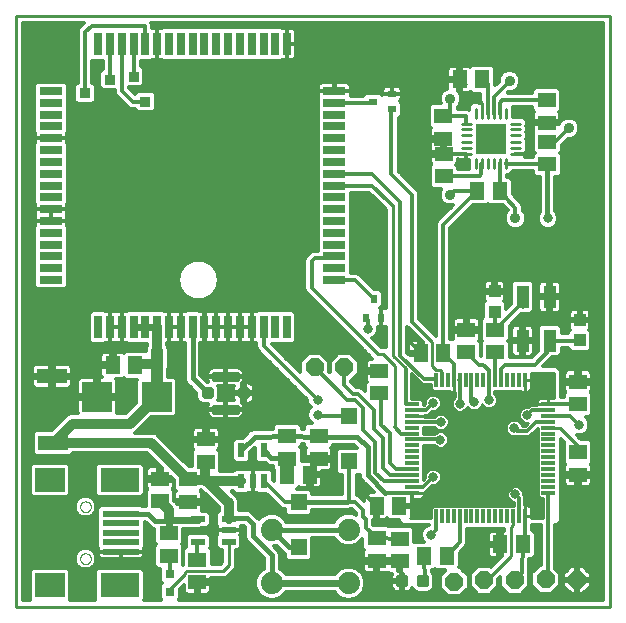
<source format=gtl>
G75*
%MOIN*%
%OFA0B0*%
%FSLAX25Y25*%
%IPPOS*%
%LPD*%
%AMOC8*
5,1,8,0,0,1.08239X$1,22.5*
%
%ADD10C,0.01000*%
%ADD11R,0.05906X0.05118*%
%ADD12R,0.10039X0.09843*%
%ADD13R,0.05118X0.05906*%
%ADD14R,0.03150X0.03150*%
%ADD15R,0.01181X0.04724*%
%ADD16R,0.04724X0.01181*%
%ADD17R,0.02362X0.04724*%
%ADD18C,0.01181*%
%ADD19R,0.07600X0.02600*%
%ADD20R,0.02600X0.07600*%
%ADD21R,0.04724X0.02165*%
%ADD22R,0.10300X0.10300*%
%ADD23C,0.01500*%
%ADD24C,0.02000*%
%ADD25R,0.09843X0.07874*%
%ADD26R,0.12992X0.07874*%
%ADD27R,0.12205X0.01969*%
%ADD28C,0.00000*%
%ADD29C,0.07400*%
%ADD30R,0.03937X0.04331*%
%ADD31R,0.05512X0.05512*%
%ADD32R,0.04331X0.07480*%
%ADD33OC8,0.06000*%
%ADD34R,0.10000X0.05000*%
%ADD35R,0.02362X0.03150*%
%ADD36R,0.03150X0.02362*%
%ADD37C,0.01200*%
%ADD38C,0.03169*%
%ADD39R,0.03562X0.03562*%
%ADD40C,0.01600*%
%ADD41C,0.02400*%
%ADD42C,0.03200*%
%ADD43C,0.04000*%
%ADD44C,0.03562*%
D10*
X0001500Y0012458D02*
X0199335Y0012458D01*
X0199335Y0209309D01*
X0001500Y0209309D01*
X0001500Y0012458D01*
X0052652Y0017478D02*
X0052652Y0018334D01*
X0057602Y0023285D01*
X0057602Y0023777D01*
X0058094Y0024269D01*
X0070398Y0024269D01*
X0072366Y0026238D01*
X0072366Y0034073D01*
X0072307Y0034132D01*
X0117002Y0078551D02*
X0114197Y0081356D01*
X0121923Y0096760D02*
X0121579Y0097104D01*
X0121923Y0096760D02*
X0123793Y0096760D01*
X0127730Y0092823D01*
X0127730Y0072252D01*
X0133488Y0076069D02*
X0133488Y0076069D01*
X0137350Y0076069D01*
X0137350Y0076337D01*
X0138649Y0076337D01*
X0139999Y0077688D01*
X0140813Y0077688D01*
X0141800Y0078096D01*
X0142555Y0078851D01*
X0142964Y0079838D01*
X0142964Y0080906D01*
X0142555Y0081892D01*
X0141800Y0082647D01*
X0140813Y0083056D01*
X0139746Y0083056D01*
X0138759Y0082647D01*
X0138004Y0081892D01*
X0137595Y0080906D01*
X0137595Y0080092D01*
X0137241Y0079737D01*
X0136950Y0079737D01*
X0136950Y0081052D01*
X0136306Y0081696D01*
X0134202Y0081696D01*
X0134192Y0081706D01*
X0132924Y0081706D01*
X0132924Y0090214D01*
X0132954Y0090214D01*
X0135627Y0087542D01*
X0136623Y0086546D01*
X0139672Y0086546D01*
X0139672Y0085062D01*
X0140316Y0084417D01*
X0145656Y0084417D01*
X0145756Y0084317D01*
X0146098Y0084120D01*
X0146480Y0084017D01*
X0147268Y0084017D01*
X0147536Y0084017D01*
X0147536Y0083506D01*
X0147539Y0083504D01*
X0147543Y0082234D01*
X0146975Y0081666D01*
X0146567Y0080679D01*
X0146567Y0079611D01*
X0146975Y0078625D01*
X0147730Y0077870D01*
X0148717Y0077461D01*
X0149785Y0077461D01*
X0150771Y0077870D01*
X0151527Y0078625D01*
X0151729Y0079114D01*
X0151734Y0079102D01*
X0152489Y0078347D01*
X0153476Y0077938D01*
X0154544Y0077938D01*
X0155530Y0078347D01*
X0156285Y0079102D01*
X0156647Y0079975D01*
X0156705Y0079835D01*
X0157460Y0079080D01*
X0158446Y0078672D01*
X0159514Y0078672D01*
X0160501Y0079080D01*
X0161256Y0079835D01*
X0161665Y0080822D01*
X0161665Y0081890D01*
X0161256Y0082877D01*
X0160779Y0083354D01*
X0160779Y0084417D01*
X0169278Y0084417D01*
X0169378Y0084317D01*
X0169720Y0084120D01*
X0170102Y0084017D01*
X0170890Y0084017D01*
X0171678Y0084017D01*
X0172059Y0084120D01*
X0172401Y0084317D01*
X0172681Y0084596D01*
X0172878Y0084938D01*
X0172980Y0085320D01*
X0172980Y0087880D01*
X0172980Y0090214D01*
X0180634Y0090214D01*
X0180634Y0082096D01*
X0178764Y0082096D01*
X0178764Y0080006D01*
X0178764Y0080006D01*
X0178764Y0082096D01*
X0176204Y0082096D01*
X0175823Y0081994D01*
X0175481Y0081796D01*
X0175201Y0081517D01*
X0175004Y0081175D01*
X0174902Y0080794D01*
X0174902Y0080006D01*
X0178764Y0080006D01*
X0178764Y0080006D01*
X0174902Y0080006D01*
X0174902Y0079737D01*
X0172674Y0079737D01*
X0172056Y0079119D01*
X0171242Y0079119D01*
X0170255Y0078710D01*
X0169500Y0077955D01*
X0169091Y0076969D01*
X0169091Y0075901D01*
X0169500Y0074914D01*
X0170255Y0074159D01*
X0171242Y0073750D01*
X0172101Y0073750D01*
X0171071Y0072721D01*
X0169955Y0072721D01*
X0169622Y0073526D01*
X0168867Y0074281D01*
X0167880Y0074690D01*
X0166813Y0074690D01*
X0165826Y0074281D01*
X0165071Y0073526D01*
X0164662Y0072540D01*
X0164662Y0071472D01*
X0165071Y0070485D01*
X0165826Y0069730D01*
X0166813Y0069321D01*
X0172480Y0069321D01*
X0173476Y0070317D01*
X0175302Y0072143D01*
X0175302Y0049432D01*
X0175946Y0048787D01*
X0177064Y0048787D01*
X0177064Y0041986D01*
X0172980Y0041986D01*
X0172980Y0042604D01*
X0172980Y0045164D01*
X0172878Y0045545D01*
X0172681Y0045887D01*
X0172401Y0046167D01*
X0172059Y0046364D01*
X0171678Y0046466D01*
X0170890Y0046466D01*
X0170890Y0042604D01*
X0170890Y0042604D01*
X0172980Y0042604D01*
X0170890Y0042604D01*
X0170890Y0042604D01*
X0170890Y0046466D01*
X0170621Y0046466D01*
X0170621Y0049481D01*
X0170523Y0049580D01*
X0170523Y0050394D01*
X0170114Y0051380D01*
X0169359Y0052136D01*
X0168373Y0052544D01*
X0167305Y0052544D01*
X0166318Y0052136D01*
X0165563Y0051380D01*
X0165154Y0050394D01*
X0165154Y0049326D01*
X0165563Y0048339D01*
X0166318Y0047584D01*
X0167221Y0047210D01*
X0167221Y0046066D01*
X0140316Y0046066D01*
X0139672Y0045422D01*
X0139672Y0043318D01*
X0139662Y0043308D01*
X0139662Y0041986D01*
X0132657Y0041986D01*
X0132818Y0042148D01*
X0133016Y0042490D01*
X0133118Y0042871D01*
X0133118Y0045521D01*
X0131421Y0045521D01*
X0131421Y0046521D01*
X0133118Y0046521D01*
X0133118Y0048387D01*
X0133488Y0048387D01*
X0133488Y0050478D01*
X0133488Y0050478D01*
X0133488Y0048387D01*
X0136048Y0048387D01*
X0136429Y0048490D01*
X0136771Y0048687D01*
X0137051Y0048966D01*
X0137248Y0049309D01*
X0137350Y0049690D01*
X0137350Y0050478D01*
X0133488Y0050478D01*
X0133488Y0050478D01*
X0137350Y0050478D01*
X0137350Y0050747D01*
X0137665Y0050747D01*
X0139999Y0053081D01*
X0140813Y0053081D01*
X0141800Y0053490D01*
X0142555Y0054245D01*
X0142964Y0055232D01*
X0142964Y0056299D01*
X0142555Y0057286D01*
X0141800Y0058041D01*
X0140813Y0058450D01*
X0139746Y0058450D01*
X0138759Y0058041D01*
X0138004Y0057286D01*
X0137595Y0056299D01*
X0137595Y0055485D01*
X0136950Y0054840D01*
X0136950Y0066495D01*
X0139905Y0066495D01*
X0140673Y0066487D01*
X0141269Y0065891D01*
X0142255Y0065483D01*
X0143323Y0065483D01*
X0144310Y0065891D01*
X0145065Y0066647D01*
X0145474Y0067633D01*
X0145474Y0068701D01*
X0145065Y0069688D01*
X0144310Y0070443D01*
X0143323Y0070851D01*
X0142255Y0070851D01*
X0141269Y0070443D01*
X0140713Y0069887D01*
X0140624Y0069888D01*
X0140618Y0069895D01*
X0139921Y0069895D01*
X0139226Y0069901D01*
X0139219Y0069895D01*
X0136950Y0069895D01*
X0136950Y0072400D01*
X0140715Y0072400D01*
X0141367Y0071748D01*
X0142354Y0071339D01*
X0143422Y0071339D01*
X0144408Y0071748D01*
X0145163Y0072503D01*
X0145572Y0073489D01*
X0145572Y0074557D01*
X0145163Y0075544D01*
X0144408Y0076299D01*
X0143422Y0076708D01*
X0142354Y0076708D01*
X0141367Y0076299D01*
X0140868Y0075800D01*
X0137350Y0075800D01*
X0137350Y0076069D01*
X0133488Y0076069D01*
X0136950Y0072369D02*
X0140746Y0072369D01*
X0142278Y0071371D02*
X0136950Y0071371D01*
X0136950Y0070372D02*
X0141198Y0070372D01*
X0143498Y0071371D02*
X0164704Y0071371D01*
X0164662Y0072369D02*
X0145030Y0072369D01*
X0145522Y0073368D02*
X0165005Y0073368D01*
X0166031Y0074366D02*
X0145572Y0074366D01*
X0145238Y0075365D02*
X0169313Y0075365D01*
X0169091Y0076363D02*
X0144253Y0076363D01*
X0141522Y0076363D02*
X0138675Y0076363D01*
X0139674Y0077362D02*
X0169254Y0077362D01*
X0169905Y0078360D02*
X0155543Y0078360D01*
X0156392Y0079359D02*
X0157182Y0079359D01*
X0160779Y0079359D02*
X0172295Y0079359D01*
X0174902Y0080357D02*
X0161472Y0080357D01*
X0161665Y0081356D02*
X0175108Y0081356D01*
X0172435Y0084351D02*
X0180634Y0084351D01*
X0180634Y0083353D02*
X0160780Y0083353D01*
X0160779Y0084351D02*
X0169344Y0084351D01*
X0170890Y0084351D02*
X0170890Y0084351D01*
X0170890Y0084017D02*
X0170890Y0087879D01*
X0170890Y0087879D01*
X0170890Y0087880D02*
X0170890Y0087880D01*
X0172980Y0087880D01*
X0170890Y0087880D01*
X0170890Y0087879D02*
X0170890Y0084017D01*
X0170890Y0085350D02*
X0170890Y0085350D01*
X0170890Y0086348D02*
X0170890Y0086348D01*
X0170890Y0087347D02*
X0170890Y0087347D01*
X0172980Y0087347D02*
X0180634Y0087347D01*
X0180634Y0088345D02*
X0172980Y0088345D01*
X0172980Y0089344D02*
X0180634Y0089344D01*
X0180634Y0086348D02*
X0172980Y0086348D01*
X0172980Y0085350D02*
X0180634Y0085350D01*
X0180634Y0082354D02*
X0161472Y0082354D01*
X0168662Y0074366D02*
X0170048Y0074366D01*
X0169688Y0073368D02*
X0171718Y0073368D01*
X0174529Y0071371D02*
X0175302Y0071371D01*
X0175302Y0070372D02*
X0173530Y0070372D01*
X0172532Y0069374D02*
X0175302Y0069374D01*
X0175302Y0068375D02*
X0145474Y0068375D01*
X0145367Y0067376D02*
X0175302Y0067376D01*
X0175302Y0066378D02*
X0144796Y0066378D01*
X0145195Y0069374D02*
X0166687Y0069374D01*
X0165184Y0070372D02*
X0144380Y0070372D01*
X0140782Y0066378D02*
X0136950Y0066378D01*
X0136950Y0065379D02*
X0175302Y0065379D01*
X0175302Y0064381D02*
X0136950Y0064381D01*
X0136950Y0063382D02*
X0175302Y0063382D01*
X0175302Y0062384D02*
X0136950Y0062384D01*
X0136950Y0061385D02*
X0175302Y0061385D01*
X0175302Y0060387D02*
X0136950Y0060387D01*
X0136950Y0059388D02*
X0175302Y0059388D01*
X0175302Y0058390D02*
X0140958Y0058390D01*
X0139601Y0058390D02*
X0136950Y0058390D01*
X0136950Y0057391D02*
X0138109Y0057391D01*
X0137634Y0056393D02*
X0136950Y0056393D01*
X0136950Y0055394D02*
X0137504Y0055394D01*
X0139317Y0052399D02*
X0166954Y0052399D01*
X0165583Y0051400D02*
X0138319Y0051400D01*
X0137350Y0050402D02*
X0165158Y0050402D01*
X0165154Y0049403D02*
X0137274Y0049403D01*
X0136112Y0048405D02*
X0165536Y0048405D01*
X0166748Y0047406D02*
X0133118Y0047406D01*
X0133488Y0048405D02*
X0133488Y0048405D01*
X0133488Y0049403D02*
X0133488Y0049403D01*
X0133488Y0050402D02*
X0133488Y0050402D01*
X0131421Y0046408D02*
X0167221Y0046408D01*
X0166953Y0042604D02*
X0166953Y0039575D01*
X0166461Y0039082D01*
X0166461Y0029338D01*
X0158409Y0021287D01*
X0157342Y0021287D01*
X0170890Y0043412D02*
X0170890Y0043412D01*
X0170890Y0044411D02*
X0170890Y0044411D01*
X0170890Y0045409D02*
X0170890Y0045409D01*
X0170890Y0046408D02*
X0170890Y0046408D01*
X0171896Y0046408D02*
X0177064Y0046408D01*
X0177064Y0047406D02*
X0170621Y0047406D01*
X0170621Y0048405D02*
X0177064Y0048405D01*
X0175330Y0049403D02*
X0170621Y0049403D01*
X0170520Y0050402D02*
X0175302Y0050402D01*
X0175302Y0051400D02*
X0170094Y0051400D01*
X0168723Y0052399D02*
X0175302Y0052399D01*
X0175302Y0053397D02*
X0141577Y0053397D01*
X0142618Y0054396D02*
X0175302Y0054396D01*
X0175302Y0055394D02*
X0142964Y0055394D01*
X0142925Y0056393D02*
X0175302Y0056393D01*
X0175302Y0057391D02*
X0142450Y0057391D01*
X0139672Y0045409D02*
X0133118Y0045409D01*
X0133118Y0044411D02*
X0139672Y0044411D01*
X0139672Y0043412D02*
X0133118Y0043412D01*
X0132972Y0042414D02*
X0139662Y0042414D01*
X0142064Y0078360D02*
X0147240Y0078360D01*
X0146671Y0079359D02*
X0142765Y0079359D01*
X0142964Y0080357D02*
X0146567Y0080357D01*
X0146847Y0081356D02*
X0142777Y0081356D01*
X0142093Y0082354D02*
X0147543Y0082354D01*
X0147539Y0083353D02*
X0132924Y0083353D01*
X0132924Y0084351D02*
X0145722Y0084351D01*
X0147268Y0084351D02*
X0147268Y0084351D01*
X0147268Y0084017D02*
X0147268Y0087879D01*
X0147268Y0087879D01*
X0147268Y0084017D01*
X0147268Y0085350D02*
X0147268Y0085350D01*
X0147268Y0086348D02*
X0147268Y0086348D01*
X0147268Y0087347D02*
X0147268Y0087347D01*
X0143331Y0087880D02*
X0143331Y0090608D01*
X0142543Y0091395D01*
X0141313Y0091395D01*
X0140083Y0092626D01*
X0140083Y0100647D01*
X0140132Y0100697D01*
X0133390Y0107439D01*
X0126992Y0096169D02*
X0126992Y0145825D01*
X0125270Y0147547D01*
X0149917Y0163451D02*
X0152917Y0163451D01*
X0152917Y0165447D02*
X0149917Y0165447D01*
X0149917Y0167424D02*
X0152917Y0167424D01*
X0152917Y0169530D02*
X0149917Y0169530D01*
X0149917Y0171517D02*
X0152917Y0171517D01*
X0152917Y0173503D02*
X0149917Y0173503D01*
X0154564Y0175251D02*
X0154564Y0178251D01*
X0156561Y0178251D02*
X0156561Y0175251D01*
X0156561Y0176751D02*
X0156561Y0180380D01*
X0155388Y0181553D01*
X0155388Y0181602D01*
X0155437Y0181651D01*
X0155437Y0181799D01*
X0155535Y0181799D01*
X0155585Y0181848D01*
X0155634Y0181848D01*
X0155585Y0181799D01*
X0155535Y0181799D01*
X0158537Y0178251D02*
X0158537Y0175251D01*
X0160644Y0175251D02*
X0160644Y0178251D01*
X0162630Y0178251D02*
X0162630Y0175251D01*
X0164617Y0175251D02*
X0164617Y0178251D01*
X0166265Y0173503D02*
X0169265Y0173503D01*
X0169265Y0171517D02*
X0166265Y0171517D01*
X0166265Y0169530D02*
X0169265Y0169530D01*
X0169265Y0167424D02*
X0166265Y0167424D01*
X0166265Y0165447D02*
X0169265Y0165447D01*
X0169265Y0163451D02*
X0166265Y0163451D01*
X0164617Y0161703D02*
X0164617Y0158703D01*
X0162630Y0158703D02*
X0162630Y0161703D01*
X0160644Y0161703D02*
X0160644Y0158703D01*
X0158537Y0158703D02*
X0158537Y0161703D01*
X0156561Y0161703D02*
X0156561Y0158703D01*
X0154564Y0158703D02*
X0154564Y0161703D01*
X0151436Y0186824D02*
X0149251Y0188182D01*
X0123154Y0108718D02*
X0123154Y0103600D01*
X0122563Y0103010D01*
X0126992Y0096169D02*
X0131224Y0091937D01*
X0131224Y0091592D01*
X0132924Y0089344D02*
X0133825Y0089344D01*
X0132924Y0088345D02*
X0134823Y0088345D01*
X0135822Y0087347D02*
X0132924Y0087347D01*
X0132924Y0086348D02*
X0139672Y0086348D01*
X0139672Y0085350D02*
X0132924Y0085350D01*
X0132924Y0082354D02*
X0138466Y0082354D01*
X0137782Y0081356D02*
X0136647Y0081356D01*
X0136950Y0080357D02*
X0137595Y0080357D01*
X0151262Y0078360D02*
X0152476Y0078360D01*
X0178764Y0080357D02*
X0178764Y0080357D01*
X0178764Y0081356D02*
X0178764Y0081356D01*
X0178764Y0072132D02*
X0178890Y0072006D01*
X0182602Y0072006D01*
X0188700Y0065908D01*
X0188700Y0063920D01*
X0177064Y0045409D02*
X0172915Y0045409D01*
X0172980Y0044411D02*
X0177064Y0044411D01*
X0177064Y0043412D02*
X0172980Y0043412D01*
X0172980Y0042414D02*
X0177064Y0042414D01*
D11*
X0188700Y0056440D03*
X0188700Y0063920D03*
X0188690Y0079875D03*
X0188690Y0087355D03*
X0161110Y0097311D03*
X0161110Y0104791D03*
X0151466Y0104707D03*
X0151466Y0097227D03*
X0122465Y0091002D03*
X0122465Y0083521D03*
X0102209Y0069250D03*
X0102209Y0061769D03*
X0091776Y0061809D03*
X0091776Y0069289D03*
X0064669Y0068206D03*
X0064669Y0060726D03*
X0058705Y0054880D03*
X0058705Y0047399D03*
X0052223Y0036942D03*
X0052223Y0029461D03*
X0061835Y0028069D03*
X0061835Y0020588D03*
X0049354Y0047557D03*
X0049354Y0055037D03*
X0121579Y0035195D03*
X0121579Y0027714D03*
X0129256Y0027616D03*
X0129256Y0035096D03*
X0144005Y0155888D03*
X0144005Y0163369D03*
X0143774Y0168428D03*
X0143774Y0175908D03*
X0178208Y0173777D03*
X0178518Y0167449D03*
X0178518Y0159968D03*
X0178208Y0181258D03*
D12*
X0048331Y0082380D03*
X0028449Y0082380D03*
D13*
X0033685Y0092926D03*
X0041165Y0092926D03*
X0091795Y0056474D03*
X0099276Y0056474D03*
X0121579Y0046021D03*
X0129059Y0046021D03*
X0137415Y0029378D03*
X0144896Y0029378D03*
X0162720Y0033226D03*
X0170201Y0033226D03*
X0143744Y0096897D03*
X0136264Y0096897D03*
X0155083Y0150952D03*
X0162563Y0150952D03*
X0156731Y0188182D03*
X0149251Y0188182D03*
D14*
X0052652Y0023384D03*
X0052652Y0017478D03*
D15*
X0141362Y0042604D03*
X0143331Y0042604D03*
X0145299Y0042604D03*
X0147268Y0042604D03*
X0149236Y0042604D03*
X0151205Y0042604D03*
X0153173Y0042604D03*
X0155142Y0042604D03*
X0157110Y0042604D03*
X0159079Y0042604D03*
X0161047Y0042604D03*
X0163016Y0042604D03*
X0164984Y0042604D03*
X0166953Y0042604D03*
X0168921Y0042604D03*
X0170890Y0042604D03*
X0170890Y0087880D03*
X0168921Y0087880D03*
X0166953Y0087880D03*
X0164984Y0087880D03*
X0163016Y0087880D03*
X0161047Y0087880D03*
X0159079Y0087880D03*
X0157110Y0087880D03*
X0155142Y0087880D03*
X0153173Y0087880D03*
X0151205Y0087880D03*
X0149236Y0087880D03*
X0147268Y0087880D03*
X0145299Y0087880D03*
X0143331Y0087880D03*
X0141362Y0087880D03*
D16*
X0133488Y0080006D03*
X0133488Y0078037D03*
X0133488Y0076069D03*
X0133488Y0074100D03*
X0133488Y0072132D03*
X0133488Y0070163D03*
X0133488Y0068195D03*
X0133488Y0066226D03*
X0133488Y0064258D03*
X0133488Y0062289D03*
X0133488Y0060321D03*
X0133488Y0058352D03*
X0133488Y0056384D03*
X0133488Y0054415D03*
X0133488Y0052447D03*
X0133488Y0050478D03*
X0178764Y0050478D03*
X0178764Y0052447D03*
X0178764Y0054415D03*
X0178764Y0056384D03*
X0178764Y0058352D03*
X0178764Y0060321D03*
X0178764Y0062289D03*
X0178764Y0064258D03*
X0178764Y0066226D03*
X0178764Y0068195D03*
X0178764Y0070163D03*
X0178764Y0072132D03*
X0178764Y0074100D03*
X0178764Y0076069D03*
X0178764Y0078037D03*
X0178764Y0080006D03*
D17*
X0083961Y0064569D03*
X0076480Y0064569D03*
X0076480Y0054285D03*
X0080220Y0054285D03*
X0083961Y0054285D03*
D18*
X0131472Y0022301D02*
X0131472Y0019545D01*
X0128716Y0019545D01*
X0128716Y0022301D01*
X0131472Y0022301D01*
X0131472Y0020725D02*
X0128716Y0020725D01*
X0128716Y0021905D02*
X0131472Y0021905D01*
X0138378Y0022301D02*
X0138378Y0019545D01*
X0135622Y0019545D01*
X0135622Y0022301D01*
X0138378Y0022301D01*
X0138378Y0020725D02*
X0135622Y0020725D01*
X0135622Y0021905D02*
X0138378Y0021905D01*
D19*
X0107484Y0121336D03*
X0107484Y0125273D03*
X0107484Y0129210D03*
X0107484Y0133147D03*
X0107484Y0137084D03*
X0107484Y0141021D03*
X0107484Y0144958D03*
X0107484Y0148895D03*
X0107484Y0152832D03*
X0107484Y0156769D03*
X0107484Y0160706D03*
X0107484Y0164643D03*
X0107484Y0168580D03*
X0107484Y0172517D03*
X0107484Y0176454D03*
X0107484Y0180391D03*
X0107484Y0184328D03*
X0012996Y0184328D03*
X0012996Y0180391D03*
X0012996Y0176454D03*
X0012996Y0172517D03*
X0012996Y0168580D03*
X0012996Y0164643D03*
X0012996Y0160706D03*
X0012996Y0156769D03*
X0012996Y0152832D03*
X0012996Y0148895D03*
X0012996Y0144958D03*
X0012996Y0141021D03*
X0012996Y0137084D03*
X0012996Y0133147D03*
X0012996Y0129210D03*
X0012996Y0125273D03*
X0012996Y0121336D03*
D20*
X0028744Y0105588D03*
X0032681Y0105588D03*
X0036618Y0105588D03*
X0040555Y0105588D03*
X0044492Y0105588D03*
X0048429Y0105588D03*
X0052366Y0105588D03*
X0056303Y0105588D03*
X0060240Y0105588D03*
X0064177Y0105588D03*
X0068114Y0105588D03*
X0072051Y0105588D03*
X0075988Y0105588D03*
X0079925Y0105588D03*
X0083862Y0105588D03*
X0087799Y0105588D03*
X0091736Y0105588D03*
X0091736Y0200076D03*
X0087799Y0200076D03*
X0083862Y0200076D03*
X0079925Y0200076D03*
X0075988Y0200076D03*
X0072051Y0200076D03*
X0068114Y0200076D03*
X0064177Y0200076D03*
X0060240Y0200076D03*
X0056303Y0200076D03*
X0052366Y0200076D03*
X0048429Y0200076D03*
X0044492Y0200076D03*
X0040555Y0200076D03*
X0036618Y0200076D03*
X0032681Y0200076D03*
X0028744Y0200076D03*
D21*
X0062070Y0041612D03*
X0062070Y0034132D03*
X0072307Y0034132D03*
X0072307Y0037872D03*
X0072307Y0041612D03*
D22*
X0159551Y0168438D03*
D23*
X0074984Y0088399D02*
X0067484Y0088399D01*
X0067484Y0089899D01*
X0074984Y0089899D01*
X0074984Y0088399D01*
X0074984Y0089898D02*
X0067484Y0089898D01*
X0067484Y0077399D02*
X0074984Y0077399D01*
X0067484Y0077399D02*
X0067484Y0078899D01*
X0074984Y0078899D01*
X0074984Y0077399D01*
X0074984Y0078898D02*
X0067484Y0078898D01*
D24*
X0066234Y0084649D02*
X0064234Y0084649D01*
X0066234Y0084649D02*
X0066234Y0082649D01*
X0064234Y0082649D01*
X0064234Y0084649D01*
X0064234Y0084648D02*
X0066234Y0084648D01*
X0076234Y0084649D02*
X0078234Y0084649D01*
X0078234Y0082649D01*
X0076234Y0082649D01*
X0076234Y0084649D01*
X0076234Y0084648D02*
X0078234Y0084648D01*
D25*
X0012720Y0054624D03*
X0012720Y0019584D03*
D26*
X0035949Y0019584D03*
X0035949Y0054624D03*
D27*
X0036343Y0043403D03*
X0036343Y0040254D03*
X0036343Y0037104D03*
X0036343Y0033954D03*
X0036343Y0030805D03*
D28*
X0022759Y0028443D02*
X0022761Y0028527D01*
X0022767Y0028610D01*
X0022777Y0028693D01*
X0022791Y0028776D01*
X0022808Y0028858D01*
X0022830Y0028939D01*
X0022855Y0029018D01*
X0022884Y0029097D01*
X0022917Y0029174D01*
X0022953Y0029249D01*
X0022993Y0029323D01*
X0023036Y0029395D01*
X0023083Y0029464D01*
X0023133Y0029531D01*
X0023186Y0029596D01*
X0023242Y0029658D01*
X0023300Y0029718D01*
X0023362Y0029775D01*
X0023426Y0029828D01*
X0023493Y0029879D01*
X0023562Y0029926D01*
X0023633Y0029971D01*
X0023706Y0030011D01*
X0023781Y0030048D01*
X0023858Y0030082D01*
X0023936Y0030112D01*
X0024015Y0030138D01*
X0024096Y0030161D01*
X0024178Y0030179D01*
X0024260Y0030194D01*
X0024343Y0030205D01*
X0024426Y0030212D01*
X0024510Y0030215D01*
X0024594Y0030214D01*
X0024677Y0030209D01*
X0024761Y0030200D01*
X0024843Y0030187D01*
X0024925Y0030171D01*
X0025006Y0030150D01*
X0025087Y0030126D01*
X0025165Y0030098D01*
X0025243Y0030066D01*
X0025319Y0030030D01*
X0025393Y0029991D01*
X0025465Y0029949D01*
X0025535Y0029903D01*
X0025603Y0029854D01*
X0025668Y0029802D01*
X0025731Y0029747D01*
X0025791Y0029689D01*
X0025849Y0029628D01*
X0025903Y0029564D01*
X0025955Y0029498D01*
X0026003Y0029430D01*
X0026048Y0029359D01*
X0026089Y0029286D01*
X0026128Y0029212D01*
X0026162Y0029136D01*
X0026193Y0029058D01*
X0026220Y0028979D01*
X0026244Y0028898D01*
X0026263Y0028817D01*
X0026279Y0028735D01*
X0026291Y0028652D01*
X0026299Y0028568D01*
X0026303Y0028485D01*
X0026303Y0028401D01*
X0026299Y0028318D01*
X0026291Y0028234D01*
X0026279Y0028151D01*
X0026263Y0028069D01*
X0026244Y0027988D01*
X0026220Y0027907D01*
X0026193Y0027828D01*
X0026162Y0027750D01*
X0026128Y0027674D01*
X0026089Y0027600D01*
X0026048Y0027527D01*
X0026003Y0027456D01*
X0025955Y0027388D01*
X0025903Y0027322D01*
X0025849Y0027258D01*
X0025791Y0027197D01*
X0025731Y0027139D01*
X0025668Y0027084D01*
X0025603Y0027032D01*
X0025535Y0026983D01*
X0025465Y0026937D01*
X0025393Y0026895D01*
X0025319Y0026856D01*
X0025243Y0026820D01*
X0025165Y0026788D01*
X0025087Y0026760D01*
X0025006Y0026736D01*
X0024925Y0026715D01*
X0024843Y0026699D01*
X0024761Y0026686D01*
X0024677Y0026677D01*
X0024594Y0026672D01*
X0024510Y0026671D01*
X0024426Y0026674D01*
X0024343Y0026681D01*
X0024260Y0026692D01*
X0024178Y0026707D01*
X0024096Y0026725D01*
X0024015Y0026748D01*
X0023936Y0026774D01*
X0023858Y0026804D01*
X0023781Y0026838D01*
X0023706Y0026875D01*
X0023633Y0026915D01*
X0023562Y0026960D01*
X0023493Y0027007D01*
X0023426Y0027058D01*
X0023362Y0027111D01*
X0023300Y0027168D01*
X0023242Y0027228D01*
X0023186Y0027290D01*
X0023133Y0027355D01*
X0023083Y0027422D01*
X0023036Y0027491D01*
X0022993Y0027563D01*
X0022953Y0027637D01*
X0022917Y0027712D01*
X0022884Y0027789D01*
X0022855Y0027868D01*
X0022830Y0027947D01*
X0022808Y0028028D01*
X0022791Y0028110D01*
X0022777Y0028193D01*
X0022767Y0028276D01*
X0022761Y0028359D01*
X0022759Y0028443D01*
X0022759Y0045765D02*
X0022761Y0045849D01*
X0022767Y0045932D01*
X0022777Y0046015D01*
X0022791Y0046098D01*
X0022808Y0046180D01*
X0022830Y0046261D01*
X0022855Y0046340D01*
X0022884Y0046419D01*
X0022917Y0046496D01*
X0022953Y0046571D01*
X0022993Y0046645D01*
X0023036Y0046717D01*
X0023083Y0046786D01*
X0023133Y0046853D01*
X0023186Y0046918D01*
X0023242Y0046980D01*
X0023300Y0047040D01*
X0023362Y0047097D01*
X0023426Y0047150D01*
X0023493Y0047201D01*
X0023562Y0047248D01*
X0023633Y0047293D01*
X0023706Y0047333D01*
X0023781Y0047370D01*
X0023858Y0047404D01*
X0023936Y0047434D01*
X0024015Y0047460D01*
X0024096Y0047483D01*
X0024178Y0047501D01*
X0024260Y0047516D01*
X0024343Y0047527D01*
X0024426Y0047534D01*
X0024510Y0047537D01*
X0024594Y0047536D01*
X0024677Y0047531D01*
X0024761Y0047522D01*
X0024843Y0047509D01*
X0024925Y0047493D01*
X0025006Y0047472D01*
X0025087Y0047448D01*
X0025165Y0047420D01*
X0025243Y0047388D01*
X0025319Y0047352D01*
X0025393Y0047313D01*
X0025465Y0047271D01*
X0025535Y0047225D01*
X0025603Y0047176D01*
X0025668Y0047124D01*
X0025731Y0047069D01*
X0025791Y0047011D01*
X0025849Y0046950D01*
X0025903Y0046886D01*
X0025955Y0046820D01*
X0026003Y0046752D01*
X0026048Y0046681D01*
X0026089Y0046608D01*
X0026128Y0046534D01*
X0026162Y0046458D01*
X0026193Y0046380D01*
X0026220Y0046301D01*
X0026244Y0046220D01*
X0026263Y0046139D01*
X0026279Y0046057D01*
X0026291Y0045974D01*
X0026299Y0045890D01*
X0026303Y0045807D01*
X0026303Y0045723D01*
X0026299Y0045640D01*
X0026291Y0045556D01*
X0026279Y0045473D01*
X0026263Y0045391D01*
X0026244Y0045310D01*
X0026220Y0045229D01*
X0026193Y0045150D01*
X0026162Y0045072D01*
X0026128Y0044996D01*
X0026089Y0044922D01*
X0026048Y0044849D01*
X0026003Y0044778D01*
X0025955Y0044710D01*
X0025903Y0044644D01*
X0025849Y0044580D01*
X0025791Y0044519D01*
X0025731Y0044461D01*
X0025668Y0044406D01*
X0025603Y0044354D01*
X0025535Y0044305D01*
X0025465Y0044259D01*
X0025393Y0044217D01*
X0025319Y0044178D01*
X0025243Y0044142D01*
X0025165Y0044110D01*
X0025087Y0044082D01*
X0025006Y0044058D01*
X0024925Y0044037D01*
X0024843Y0044021D01*
X0024761Y0044008D01*
X0024677Y0043999D01*
X0024594Y0043994D01*
X0024510Y0043993D01*
X0024426Y0043996D01*
X0024343Y0044003D01*
X0024260Y0044014D01*
X0024178Y0044029D01*
X0024096Y0044047D01*
X0024015Y0044070D01*
X0023936Y0044096D01*
X0023858Y0044126D01*
X0023781Y0044160D01*
X0023706Y0044197D01*
X0023633Y0044237D01*
X0023562Y0044282D01*
X0023493Y0044329D01*
X0023426Y0044380D01*
X0023362Y0044433D01*
X0023300Y0044490D01*
X0023242Y0044550D01*
X0023186Y0044612D01*
X0023133Y0044677D01*
X0023083Y0044744D01*
X0023036Y0044813D01*
X0022993Y0044885D01*
X0022953Y0044959D01*
X0022917Y0045034D01*
X0022884Y0045111D01*
X0022855Y0045190D01*
X0022830Y0045269D01*
X0022808Y0045350D01*
X0022791Y0045432D01*
X0022777Y0045515D01*
X0022767Y0045598D01*
X0022761Y0045681D01*
X0022759Y0045765D01*
D29*
X0086633Y0038091D03*
X0086633Y0020291D03*
X0112233Y0020291D03*
X0112233Y0038091D03*
D30*
X0160896Y0110836D03*
X0160896Y0117529D03*
X0189287Y0107897D03*
X0189287Y0101204D03*
D31*
X0112519Y0075883D03*
X0112519Y0060922D03*
X0095545Y0047252D03*
X0095545Y0032291D03*
D32*
X0170201Y0101139D03*
X0179256Y0101139D03*
X0179256Y0115706D03*
X0170201Y0115706D03*
D33*
X0110752Y0092183D03*
X0100909Y0092183D03*
X0147401Y0020775D03*
X0157342Y0021287D03*
X0167593Y0021267D03*
X0177903Y0021553D03*
X0188405Y0021376D03*
D34*
X0013803Y0067084D03*
X0013311Y0089230D03*
D35*
X0118035Y0108718D03*
X0120594Y0115017D03*
X0123154Y0108718D03*
D36*
X0126697Y0178206D03*
X0126697Y0183325D03*
X0120398Y0180765D03*
D37*
X0120398Y0180391D01*
X0107484Y0180391D01*
X0107434Y0184278D02*
X0102084Y0184278D01*
X0102084Y0182818D01*
X0102122Y0182675D01*
X0101884Y0182437D01*
X0101884Y0131000D01*
X0100432Y0131000D01*
X0099550Y0130635D01*
X0098875Y0129960D01*
X0097891Y0128975D01*
X0097525Y0128093D01*
X0097525Y0118280D01*
X0097891Y0117398D01*
X0098566Y0116723D01*
X0120128Y0095161D01*
X0119301Y0095161D01*
X0118894Y0095052D01*
X0118529Y0094841D01*
X0118231Y0094543D01*
X0118021Y0094178D01*
X0117912Y0093771D01*
X0117912Y0091602D01*
X0121865Y0091602D01*
X0121865Y0090402D01*
X0117912Y0090402D01*
X0117912Y0088232D01*
X0118021Y0087825D01*
X0118231Y0087460D01*
X0118289Y0087403D01*
X0117712Y0086826D01*
X0117712Y0084188D01*
X0116639Y0085261D01*
X0115757Y0085626D01*
X0114797Y0085626D01*
X0113152Y0087271D01*
X0113152Y0087795D01*
X0115552Y0090195D01*
X0115552Y0094171D01*
X0112740Y0096983D01*
X0108764Y0096983D01*
X0105952Y0094171D01*
X0105952Y0090534D01*
X0105709Y0090777D01*
X0105709Y0094171D01*
X0102898Y0096983D01*
X0098921Y0096983D01*
X0096109Y0094171D01*
X0096109Y0090534D01*
X0086655Y0099988D01*
X0093782Y0099988D01*
X0094836Y0101043D01*
X0094836Y0110134D01*
X0093782Y0111188D01*
X0081817Y0111188D01*
X0081578Y0110950D01*
X0081436Y0110988D01*
X0079975Y0110988D01*
X0079975Y0105638D01*
X0079875Y0105638D01*
X0079875Y0105538D01*
X0079975Y0105538D01*
X0079975Y0100188D01*
X0081436Y0100188D01*
X0081462Y0100195D01*
X0081462Y0098910D01*
X0081828Y0098028D01*
X0098509Y0081346D01*
X0098509Y0080683D01*
X0099025Y0079439D01*
X0099568Y0078895D01*
X0099025Y0078352D01*
X0098509Y0077108D01*
X0098509Y0075762D01*
X0099025Y0074518D01*
X0099934Y0073609D01*
X0098510Y0073609D01*
X0097456Y0072554D01*
X0097456Y0071782D01*
X0096528Y0071800D01*
X0096528Y0072594D01*
X0095474Y0073648D01*
X0088077Y0073648D01*
X0087023Y0072594D01*
X0087023Y0071803D01*
X0080980Y0071692D01*
X0080487Y0071692D01*
X0080464Y0071683D01*
X0080439Y0071682D01*
X0079987Y0071485D01*
X0079531Y0071296D01*
X0079514Y0071279D01*
X0079491Y0071269D01*
X0079148Y0070914D01*
X0076966Y0068731D01*
X0074554Y0068731D01*
X0073499Y0067676D01*
X0073499Y0061461D01*
X0074554Y0060406D01*
X0078407Y0060406D01*
X0079461Y0061461D01*
X0079461Y0063873D01*
X0080980Y0065391D01*
X0080980Y0061461D01*
X0082034Y0060406D01*
X0084446Y0060406D01*
X0084651Y0060202D01*
X0084969Y0059858D01*
X0085015Y0059837D01*
X0085051Y0059801D01*
X0085484Y0059622D01*
X0085909Y0059427D01*
X0085960Y0059425D01*
X0086006Y0059406D01*
X0086475Y0059406D01*
X0087023Y0059385D01*
X0087023Y0058504D01*
X0087436Y0058091D01*
X0087436Y0054204D01*
X0086942Y0054698D01*
X0086942Y0057393D01*
X0085887Y0058447D01*
X0082034Y0058447D01*
X0081787Y0058200D01*
X0081612Y0058247D01*
X0080221Y0058247D01*
X0080221Y0054285D01*
X0080221Y0050323D01*
X0081612Y0050323D01*
X0081787Y0050370D01*
X0082034Y0050123D01*
X0084729Y0050123D01*
X0089635Y0045217D01*
X0090517Y0044852D01*
X0090989Y0044852D01*
X0090989Y0043750D01*
X0092044Y0042696D01*
X0099047Y0042696D01*
X0100101Y0043750D01*
X0100101Y0044652D01*
X0112161Y0044652D01*
X0112644Y0044852D01*
X0113449Y0044852D01*
X0114750Y0043551D01*
X0114750Y0043001D01*
X0113327Y0043591D01*
X0111139Y0043591D01*
X0109118Y0042753D01*
X0107570Y0041206D01*
X0107357Y0040691D01*
X0091509Y0040691D01*
X0091296Y0041206D01*
X0089749Y0042753D01*
X0087727Y0043591D01*
X0085539Y0043591D01*
X0083518Y0042753D01*
X0082349Y0041585D01*
X0080476Y0043459D01*
X0079744Y0044190D01*
X0078789Y0044586D01*
X0075707Y0044586D01*
X0075707Y0047642D01*
X0075190Y0048892D01*
X0073196Y0050885D01*
X0073791Y0050885D01*
X0074554Y0050123D01*
X0078407Y0050123D01*
X0078654Y0050370D01*
X0078829Y0050323D01*
X0080220Y0050323D01*
X0080220Y0054285D01*
X0080221Y0054285D01*
X0080220Y0054285D01*
X0080220Y0058247D01*
X0078829Y0058247D01*
X0078654Y0058200D01*
X0078407Y0058447D01*
X0074554Y0058447D01*
X0073791Y0057685D01*
X0069422Y0057685D01*
X0069422Y0064031D01*
X0068845Y0064608D01*
X0068902Y0064665D01*
X0069113Y0065030D01*
X0069222Y0065437D01*
X0069222Y0067606D01*
X0065269Y0067606D01*
X0065269Y0068806D01*
X0069222Y0068806D01*
X0069222Y0070976D01*
X0069113Y0071383D01*
X0068902Y0071748D01*
X0068604Y0072046D01*
X0068240Y0072256D01*
X0067833Y0072365D01*
X0065269Y0072365D01*
X0065269Y0068806D01*
X0064069Y0068806D01*
X0064069Y0067606D01*
X0060117Y0067606D01*
X0060117Y0065437D01*
X0060226Y0065030D01*
X0060436Y0064665D01*
X0060493Y0064608D01*
X0059917Y0064031D01*
X0059917Y0059239D01*
X0059123Y0059239D01*
X0048697Y0069498D01*
X0048229Y0069967D01*
X0048216Y0069972D01*
X0048206Y0069982D01*
X0047592Y0070231D01*
X0046979Y0070484D01*
X0046965Y0070484D01*
X0046952Y0070490D01*
X0046290Y0070484D01*
X0041081Y0070484D01*
X0041359Y0070600D01*
X0042315Y0071556D01*
X0046418Y0075658D01*
X0054096Y0075658D01*
X0055150Y0076713D01*
X0055150Y0088046D01*
X0054096Y0089101D01*
X0052174Y0089101D01*
X0052204Y0093913D01*
X0052234Y0098525D01*
X0051829Y0099520D01*
X0051829Y0100188D01*
X0052316Y0100188D01*
X0052316Y0105538D01*
X0052416Y0105538D01*
X0052416Y0100188D01*
X0053877Y0100188D01*
X0054284Y0100297D01*
X0054335Y0100327D01*
X0054386Y0100297D01*
X0054792Y0100188D01*
X0056253Y0100188D01*
X0056253Y0105538D01*
X0056353Y0105538D01*
X0056353Y0100188D01*
X0057640Y0100188D01*
X0057640Y0088126D01*
X0058036Y0087171D01*
X0058767Y0086439D01*
X0061434Y0083772D01*
X0061434Y0082092D01*
X0061861Y0081063D01*
X0062648Y0080276D01*
X0063677Y0079849D01*
X0065334Y0079849D01*
X0065225Y0079585D01*
X0065134Y0079131D01*
X0065134Y0078299D01*
X0071084Y0078299D01*
X0071084Y0077999D01*
X0071384Y0077999D01*
X0071384Y0075049D01*
X0075216Y0075049D01*
X0075670Y0075140D01*
X0076097Y0075317D01*
X0076482Y0075574D01*
X0076810Y0075901D01*
X0077067Y0076286D01*
X0077244Y0076714D01*
X0077334Y0077168D01*
X0077334Y0077999D01*
X0071384Y0077999D01*
X0071384Y0078299D01*
X0071084Y0078299D01*
X0071084Y0081249D01*
X0068685Y0081249D01*
X0069034Y0082092D01*
X0069034Y0085206D01*
X0068685Y0086049D01*
X0071084Y0086049D01*
X0071084Y0088999D01*
X0071384Y0088999D01*
X0071384Y0086049D01*
X0074043Y0086049D01*
X0073930Y0085881D01*
X0073734Y0085408D01*
X0073634Y0084905D01*
X0073634Y0084049D01*
X0076834Y0084049D01*
X0076834Y0083249D01*
X0077634Y0083249D01*
X0077634Y0080049D01*
X0078490Y0080049D01*
X0078993Y0080149D01*
X0079466Y0080345D01*
X0079892Y0080630D01*
X0080254Y0080992D01*
X0080538Y0081418D01*
X0080734Y0081891D01*
X0080834Y0082393D01*
X0080834Y0083249D01*
X0077634Y0083249D01*
X0077634Y0084049D01*
X0076834Y0084049D01*
X0076834Y0086938D01*
X0077067Y0087286D01*
X0077244Y0087714D01*
X0077334Y0088168D01*
X0077334Y0088999D01*
X0071384Y0088999D01*
X0071384Y0089299D01*
X0071084Y0089299D01*
X0071084Y0088999D01*
X0065134Y0088999D01*
X0065134Y0088168D01*
X0065225Y0087714D01*
X0065334Y0087449D01*
X0065111Y0087449D01*
X0062840Y0089720D01*
X0062840Y0100188D01*
X0064127Y0100188D01*
X0064127Y0105538D01*
X0064227Y0105538D01*
X0064227Y0100188D01*
X0065688Y0100188D01*
X0066095Y0100297D01*
X0066146Y0100327D01*
X0066197Y0100297D01*
X0066604Y0100188D01*
X0068064Y0100188D01*
X0068064Y0105538D01*
X0068164Y0105538D01*
X0068164Y0100188D01*
X0069625Y0100188D01*
X0070032Y0100297D01*
X0070083Y0100327D01*
X0070134Y0100297D01*
X0070541Y0100188D01*
X0072001Y0100188D01*
X0072001Y0105538D01*
X0072101Y0105538D01*
X0072101Y0100188D01*
X0073562Y0100188D01*
X0073969Y0100297D01*
X0074020Y0100327D01*
X0074071Y0100297D01*
X0074478Y0100188D01*
X0075938Y0100188D01*
X0075938Y0105538D01*
X0076038Y0105538D01*
X0076038Y0100188D01*
X0077499Y0100188D01*
X0077906Y0100297D01*
X0077957Y0100327D01*
X0078008Y0100297D01*
X0078415Y0100188D01*
X0079875Y0100188D01*
X0079875Y0105538D01*
X0077025Y0105538D01*
X0076038Y0105538D01*
X0076038Y0105638D01*
X0079875Y0105638D01*
X0079875Y0110988D01*
X0078415Y0110988D01*
X0078008Y0110879D01*
X0077957Y0110850D01*
X0077906Y0110879D01*
X0077499Y0110988D01*
X0076038Y0110988D01*
X0076038Y0105638D01*
X0075938Y0105638D01*
X0075938Y0105538D01*
X0073088Y0105538D01*
X0072101Y0105538D01*
X0072101Y0105638D01*
X0075938Y0105638D01*
X0075938Y0110988D01*
X0074478Y0110988D01*
X0074071Y0110879D01*
X0074020Y0110850D01*
X0073969Y0110879D01*
X0073562Y0110988D01*
X0072101Y0110988D01*
X0072101Y0105638D01*
X0072001Y0105638D01*
X0072001Y0105538D01*
X0069151Y0105538D01*
X0068164Y0105538D01*
X0068164Y0105638D01*
X0072001Y0105638D01*
X0072001Y0110988D01*
X0070541Y0110988D01*
X0070134Y0110879D01*
X0070083Y0110850D01*
X0070032Y0110879D01*
X0069625Y0110988D01*
X0068164Y0110988D01*
X0068164Y0105638D01*
X0068064Y0105638D01*
X0068064Y0105538D01*
X0065214Y0105538D01*
X0064227Y0105538D01*
X0064227Y0105638D01*
X0068064Y0105638D01*
X0068064Y0110988D01*
X0066604Y0110988D01*
X0066197Y0110879D01*
X0066146Y0110850D01*
X0066095Y0110879D01*
X0065688Y0110988D01*
X0064227Y0110988D01*
X0064227Y0105638D01*
X0064127Y0105638D01*
X0064127Y0110988D01*
X0062667Y0110988D01*
X0062524Y0110950D01*
X0062286Y0111188D01*
X0058195Y0111188D01*
X0057956Y0110950D01*
X0057814Y0110988D01*
X0056353Y0110988D01*
X0056353Y0105638D01*
X0056253Y0105638D01*
X0056253Y0105538D01*
X0053403Y0105538D01*
X0052416Y0105538D01*
X0052416Y0105638D01*
X0056253Y0105638D01*
X0056253Y0110988D01*
X0054792Y0110988D01*
X0054386Y0110879D01*
X0054335Y0110850D01*
X0054284Y0110879D01*
X0053877Y0110988D01*
X0052416Y0110988D01*
X0052416Y0105638D01*
X0052316Y0105638D01*
X0052316Y0110988D01*
X0050855Y0110988D01*
X0050713Y0110950D01*
X0050475Y0111188D01*
X0038510Y0111188D01*
X0038271Y0110950D01*
X0038129Y0110988D01*
X0036668Y0110988D01*
X0036668Y0105638D01*
X0036568Y0105638D01*
X0036568Y0105538D01*
X0036668Y0105538D01*
X0036668Y0100188D01*
X0038129Y0100188D01*
X0038271Y0100226D01*
X0038510Y0099988D01*
X0045029Y0099988D01*
X0045029Y0099510D01*
X0044634Y0098573D01*
X0044627Y0097521D01*
X0044470Y0097679D01*
X0037861Y0097679D01*
X0037284Y0097102D01*
X0037227Y0097159D01*
X0036862Y0097370D01*
X0036455Y0097479D01*
X0034285Y0097479D01*
X0034285Y0093526D01*
X0033085Y0093526D01*
X0033085Y0097479D01*
X0030915Y0097479D01*
X0030508Y0097370D01*
X0030144Y0097159D01*
X0029846Y0096861D01*
X0029635Y0096496D01*
X0029526Y0096089D01*
X0029526Y0093526D01*
X0033085Y0093526D01*
X0033085Y0092326D01*
X0029526Y0092326D01*
X0029526Y0089762D01*
X0029635Y0089356D01*
X0029846Y0088991D01*
X0029936Y0088901D01*
X0029049Y0088901D01*
X0029049Y0082980D01*
X0027849Y0082980D01*
X0027849Y0088901D01*
X0023218Y0088901D01*
X0022812Y0088792D01*
X0022447Y0088581D01*
X0022149Y0088283D01*
X0021938Y0087918D01*
X0021829Y0087512D01*
X0021829Y0082980D01*
X0027849Y0082980D01*
X0027849Y0081780D01*
X0021829Y0081780D01*
X0021829Y0077248D01*
X0021927Y0076882D01*
X0019524Y0076882D01*
X0018275Y0076364D01*
X0013295Y0071384D01*
X0008058Y0071384D01*
X0007003Y0070330D01*
X0007003Y0063839D01*
X0008058Y0062784D01*
X0019549Y0062784D01*
X0020449Y0063684D01*
X0044911Y0063684D01*
X0049954Y0058721D01*
X0049954Y0055637D01*
X0048754Y0055637D01*
X0048754Y0054437D01*
X0044802Y0054437D01*
X0044802Y0052267D01*
X0044911Y0051860D01*
X0045121Y0051496D01*
X0045179Y0051438D01*
X0044602Y0050861D01*
X0044602Y0046003D01*
X0043375Y0046003D01*
X0043190Y0046187D01*
X0029495Y0046187D01*
X0028440Y0045133D01*
X0028440Y0032225D01*
X0028645Y0032019D01*
X0028640Y0032000D01*
X0028640Y0030805D01*
X0036342Y0030805D01*
X0036342Y0030805D01*
X0028640Y0030805D01*
X0028640Y0029610D01*
X0028749Y0029203D01*
X0028960Y0028838D01*
X0029258Y0028540D01*
X0029623Y0028330D01*
X0030030Y0028221D01*
X0036342Y0028221D01*
X0036342Y0030805D01*
X0036343Y0030805D01*
X0044045Y0030805D01*
X0044045Y0032000D01*
X0044040Y0032019D01*
X0044245Y0032225D01*
X0044245Y0040803D01*
X0044281Y0040803D01*
X0045556Y0039529D01*
X0046287Y0038798D01*
X0047243Y0038402D01*
X0047471Y0038402D01*
X0047471Y0033637D01*
X0047906Y0033201D01*
X0047471Y0032766D01*
X0047471Y0026157D01*
X0048525Y0025102D01*
X0049277Y0025102D01*
X0049277Y0021063D01*
X0049909Y0020431D01*
X0049277Y0019798D01*
X0049277Y0015158D01*
X0049676Y0014758D01*
X0044101Y0014758D01*
X0044245Y0014902D01*
X0044245Y0024267D01*
X0043190Y0025321D01*
X0028707Y0025321D01*
X0027653Y0024267D01*
X0027653Y0014902D01*
X0027796Y0014758D01*
X0019298Y0014758D01*
X0019442Y0014902D01*
X0019442Y0024267D01*
X0018387Y0025321D01*
X0007054Y0025321D01*
X0005999Y0024267D01*
X0005999Y0014902D01*
X0006143Y0014758D01*
X0003800Y0014758D01*
X0003800Y0207009D01*
X0024146Y0207009D01*
X0022983Y0205966D01*
X0022921Y0205940D01*
X0022629Y0205648D01*
X0022322Y0205373D01*
X0022293Y0205312D01*
X0022246Y0205265D01*
X0022088Y0204884D01*
X0021910Y0204512D01*
X0021906Y0204445D01*
X0021881Y0204383D01*
X0021881Y0203970D01*
X0021858Y0203558D01*
X0021881Y0203495D01*
X0021881Y0187157D01*
X0021857Y0187157D01*
X0020803Y0186102D01*
X0020803Y0181049D01*
X0021857Y0179994D01*
X0026911Y0179994D01*
X0027965Y0181049D01*
X0027965Y0186102D01*
X0026911Y0187157D01*
X0026680Y0187157D01*
X0026680Y0194494D01*
X0026698Y0194476D01*
X0030355Y0194476D01*
X0030355Y0191709D01*
X0030228Y0191709D01*
X0029174Y0190654D01*
X0029174Y0185601D01*
X0030228Y0184547D01*
X0034381Y0184547D01*
X0034381Y0183836D01*
X0034746Y0182954D01*
X0035421Y0182279D01*
X0038915Y0178785D01*
X0039797Y0178420D01*
X0040936Y0178420D01*
X0040936Y0178293D01*
X0041990Y0177238D01*
X0047043Y0177238D01*
X0048098Y0178293D01*
X0048098Y0183346D01*
X0047043Y0184401D01*
X0041990Y0184401D01*
X0041039Y0183449D01*
X0039180Y0185308D01*
X0039180Y0185541D01*
X0043092Y0185541D01*
X0044146Y0186595D01*
X0044146Y0191648D01*
X0043092Y0192703D01*
X0042955Y0192703D01*
X0042955Y0194476D01*
X0046538Y0194476D01*
X0046776Y0194715D01*
X0046918Y0194676D01*
X0048379Y0194676D01*
X0048379Y0200026D01*
X0048479Y0200026D01*
X0048479Y0194676D01*
X0049940Y0194676D01*
X0050082Y0194715D01*
X0050321Y0194476D01*
X0089845Y0194476D01*
X0090083Y0194715D01*
X0090226Y0194676D01*
X0091686Y0194676D01*
X0091686Y0200026D01*
X0091786Y0200026D01*
X0091786Y0194676D01*
X0093247Y0194676D01*
X0093654Y0194786D01*
X0094019Y0194996D01*
X0094317Y0195294D01*
X0094527Y0195659D01*
X0094636Y0196066D01*
X0094636Y0200026D01*
X0091786Y0200026D01*
X0091786Y0200126D01*
X0094636Y0200126D01*
X0094636Y0204087D01*
X0094527Y0204494D01*
X0094317Y0204859D01*
X0094019Y0205157D01*
X0093654Y0205367D01*
X0093247Y0205476D01*
X0091786Y0205476D01*
X0091786Y0200127D01*
X0091686Y0200127D01*
X0091686Y0205476D01*
X0090226Y0205476D01*
X0090083Y0205438D01*
X0089845Y0205676D01*
X0050321Y0205676D01*
X0050082Y0205438D01*
X0049940Y0205476D01*
X0048479Y0205476D01*
X0048479Y0200127D01*
X0048379Y0200127D01*
X0048379Y0205476D01*
X0046918Y0205476D01*
X0046776Y0205438D01*
X0046710Y0205504D01*
X0046710Y0206400D01*
X0046458Y0207009D01*
X0197035Y0207009D01*
X0197035Y0014758D01*
X0055627Y0014758D01*
X0056026Y0015158D01*
X0056026Y0018456D01*
X0057282Y0019712D01*
X0057282Y0017819D01*
X0057391Y0017412D01*
X0057602Y0017047D01*
X0057899Y0016749D01*
X0058264Y0016538D01*
X0058671Y0016429D01*
X0061235Y0016429D01*
X0061235Y0019988D01*
X0062435Y0019988D01*
X0062435Y0021188D01*
X0066387Y0021188D01*
X0066387Y0021969D01*
X0071350Y0021969D01*
X0073319Y0023938D01*
X0074666Y0025285D01*
X0074666Y0031249D01*
X0075415Y0031249D01*
X0076470Y0032303D01*
X0076470Y0035960D01*
X0076181Y0036248D01*
X0076270Y0036578D01*
X0076270Y0037872D01*
X0076270Y0039165D01*
X0076210Y0039386D01*
X0077195Y0039386D01*
X0077640Y0038940D01*
X0077640Y0035563D01*
X0078036Y0034608D01*
X0078767Y0033876D01*
X0084033Y0028611D01*
X0084033Y0025167D01*
X0083518Y0024953D01*
X0081970Y0023406D01*
X0081133Y0021385D01*
X0081133Y0019197D01*
X0081970Y0017175D01*
X0083518Y0015628D01*
X0085539Y0014791D01*
X0087727Y0014791D01*
X0089749Y0015628D01*
X0091296Y0017175D01*
X0091344Y0017291D01*
X0107523Y0017291D01*
X0107570Y0017175D01*
X0109118Y0015628D01*
X0111139Y0014791D01*
X0113327Y0014791D01*
X0115349Y0015628D01*
X0116896Y0017175D01*
X0117733Y0019197D01*
X0117733Y0021385D01*
X0116896Y0023406D01*
X0115349Y0024953D01*
X0113327Y0025791D01*
X0111139Y0025791D01*
X0109118Y0024953D01*
X0107570Y0023406D01*
X0107523Y0023291D01*
X0091344Y0023291D01*
X0091296Y0023406D01*
X0089749Y0024953D01*
X0089233Y0025167D01*
X0089233Y0030205D01*
X0088837Y0031160D01*
X0087407Y0032591D01*
X0087727Y0032591D01*
X0088243Y0032804D01*
X0090960Y0030087D01*
X0090989Y0030075D01*
X0090989Y0028790D01*
X0092044Y0027735D01*
X0099047Y0027735D01*
X0100101Y0028790D01*
X0100101Y0035491D01*
X0107357Y0035491D01*
X0107570Y0034975D01*
X0109118Y0033428D01*
X0111139Y0032591D01*
X0113327Y0032591D01*
X0115349Y0033428D01*
X0116826Y0034905D01*
X0116826Y0031890D01*
X0117403Y0031313D01*
X0117346Y0031256D01*
X0117135Y0030891D01*
X0117026Y0030484D01*
X0117026Y0028314D01*
X0120979Y0028314D01*
X0120979Y0027114D01*
X0122179Y0027114D01*
X0122179Y0028314D01*
X0124703Y0028314D01*
X0124703Y0028216D01*
X0128656Y0028216D01*
X0128656Y0027016D01*
X0126131Y0027016D01*
X0126131Y0027114D01*
X0122179Y0027114D01*
X0122179Y0023555D01*
X0124742Y0023555D01*
X0125149Y0023664D01*
X0125332Y0023770D01*
X0125686Y0023566D01*
X0126092Y0023457D01*
X0126854Y0023457D01*
X0126675Y0023146D01*
X0126526Y0022589D01*
X0126526Y0021307D01*
X0129710Y0021307D01*
X0129710Y0020539D01*
X0126526Y0020539D01*
X0126526Y0019257D01*
X0126675Y0018699D01*
X0126964Y0018200D01*
X0127372Y0017792D01*
X0127871Y0017504D01*
X0128428Y0017354D01*
X0129710Y0017354D01*
X0129710Y0020539D01*
X0130479Y0020539D01*
X0130479Y0017354D01*
X0131761Y0017354D01*
X0132318Y0017504D01*
X0132817Y0017792D01*
X0133225Y0018200D01*
X0133439Y0018569D01*
X0133595Y0018191D01*
X0134268Y0017518D01*
X0135147Y0017154D01*
X0138853Y0017154D01*
X0139732Y0017518D01*
X0140405Y0018191D01*
X0140768Y0019069D01*
X0140768Y0022776D01*
X0140405Y0023655D01*
X0139936Y0024123D01*
X0139925Y0024625D01*
X0140720Y0024625D01*
X0141155Y0025060D01*
X0141591Y0024625D01*
X0144462Y0024625D01*
X0142601Y0022764D01*
X0142601Y0018787D01*
X0145412Y0015975D01*
X0149389Y0015975D01*
X0152201Y0018787D01*
X0152201Y0022764D01*
X0149389Y0025575D01*
X0149151Y0025575D01*
X0149255Y0025679D01*
X0149255Y0030462D01*
X0150952Y0032237D01*
X0151271Y0032556D01*
X0151281Y0032581D01*
X0151300Y0032601D01*
X0151464Y0033021D01*
X0151636Y0033438D01*
X0151636Y0033465D01*
X0151646Y0033491D01*
X0151636Y0033942D01*
X0151636Y0038442D01*
X0164161Y0038442D01*
X0164161Y0037779D01*
X0163320Y0037779D01*
X0163320Y0033826D01*
X0162120Y0033826D01*
X0162120Y0032626D01*
X0158561Y0032626D01*
X0158561Y0030063D01*
X0158670Y0029656D01*
X0158881Y0029291D01*
X0159179Y0028993D01*
X0159544Y0028782D01*
X0159951Y0028673D01*
X0162120Y0028673D01*
X0162120Y0032626D01*
X0163320Y0032626D01*
X0163320Y0029451D01*
X0159643Y0025774D01*
X0159330Y0026087D01*
X0155353Y0026087D01*
X0152542Y0023275D01*
X0152542Y0019299D01*
X0155353Y0016487D01*
X0159330Y0016487D01*
X0162142Y0019299D01*
X0162142Y0021766D01*
X0162793Y0022418D01*
X0162793Y0019279D01*
X0165604Y0016467D01*
X0169581Y0016467D01*
X0172393Y0019279D01*
X0172393Y0023150D01*
X0172394Y0023152D01*
X0172394Y0023178D01*
X0172404Y0023201D01*
X0172404Y0023654D01*
X0172503Y0028473D01*
X0173505Y0028473D01*
X0174560Y0029528D01*
X0174560Y0036924D01*
X0173505Y0037979D01*
X0173290Y0037979D01*
X0173290Y0038964D01*
X0173349Y0039107D01*
X0173349Y0039686D01*
X0176364Y0039686D01*
X0176364Y0026353D01*
X0175914Y0026353D01*
X0173103Y0023541D01*
X0173103Y0019565D01*
X0175914Y0016753D01*
X0179891Y0016753D01*
X0182703Y0019565D01*
X0182703Y0023541D01*
X0181164Y0025080D01*
X0181164Y0039686D01*
X0181587Y0039686D01*
X0182934Y0041033D01*
X0182934Y0068421D01*
X0184039Y0067316D01*
X0183947Y0067225D01*
X0183947Y0060615D01*
X0184524Y0060038D01*
X0184467Y0059981D01*
X0184256Y0059616D01*
X0184147Y0059209D01*
X0184147Y0057040D01*
X0188100Y0057040D01*
X0188100Y0055840D01*
X0184147Y0055840D01*
X0184147Y0053670D01*
X0184256Y0053263D01*
X0184467Y0052898D01*
X0184765Y0052600D01*
X0185129Y0052390D01*
X0185536Y0052281D01*
X0188100Y0052281D01*
X0188100Y0055840D01*
X0189300Y0055840D01*
X0189300Y0057040D01*
X0193253Y0057040D01*
X0193253Y0059209D01*
X0193144Y0059616D01*
X0192933Y0059981D01*
X0192876Y0060038D01*
X0193453Y0060615D01*
X0193453Y0067225D01*
X0192398Y0068279D01*
X0189582Y0068279D01*
X0188204Y0069656D01*
X0188327Y0069606D01*
X0189673Y0069606D01*
X0190917Y0070121D01*
X0191869Y0071073D01*
X0192384Y0072317D01*
X0192384Y0073663D01*
X0191869Y0074907D01*
X0191260Y0075516D01*
X0192388Y0075516D01*
X0193443Y0076570D01*
X0193443Y0083179D01*
X0192866Y0083756D01*
X0192923Y0083814D01*
X0193134Y0084178D01*
X0193243Y0084585D01*
X0193243Y0086755D01*
X0189290Y0086755D01*
X0189290Y0087955D01*
X0193243Y0087955D01*
X0193243Y0090125D01*
X0193134Y0090532D01*
X0192923Y0090896D01*
X0192625Y0091194D01*
X0192260Y0091405D01*
X0191853Y0091514D01*
X0189290Y0091514D01*
X0189290Y0087955D01*
X0188090Y0087955D01*
X0188090Y0091514D01*
X0185527Y0091514D01*
X0185120Y0091405D01*
X0184755Y0091194D01*
X0184457Y0090896D01*
X0184246Y0090532D01*
X0184137Y0090125D01*
X0184137Y0087955D01*
X0188090Y0087955D01*
X0188090Y0086755D01*
X0184137Y0086755D01*
X0184137Y0084585D01*
X0184246Y0084178D01*
X0184457Y0083814D01*
X0184514Y0083756D01*
X0183937Y0083179D01*
X0183937Y0082369D01*
X0182934Y0082389D01*
X0182934Y0091167D01*
X0181587Y0092514D01*
X0176978Y0092514D01*
X0180063Y0095599D01*
X0182167Y0095599D01*
X0183221Y0096654D01*
X0183221Y0098739D01*
X0185519Y0098739D01*
X0185519Y0098293D01*
X0186573Y0097239D01*
X0192001Y0097239D01*
X0193056Y0098293D01*
X0193056Y0104115D01*
X0192479Y0104692D01*
X0192536Y0104750D01*
X0192747Y0105114D01*
X0192856Y0105521D01*
X0192856Y0107513D01*
X0189672Y0107513D01*
X0189672Y0108282D01*
X0188903Y0108282D01*
X0188903Y0111663D01*
X0187108Y0111663D01*
X0186701Y0111554D01*
X0186336Y0111343D01*
X0186039Y0111045D01*
X0185828Y0110680D01*
X0185719Y0110273D01*
X0185719Y0108282D01*
X0188903Y0108282D01*
X0188903Y0107513D01*
X0185719Y0107513D01*
X0185719Y0105521D01*
X0185828Y0105114D01*
X0186039Y0104750D01*
X0186096Y0104692D01*
X0185519Y0104115D01*
X0185519Y0103539D01*
X0183221Y0103539D01*
X0183221Y0105625D01*
X0182167Y0106680D01*
X0176345Y0106680D01*
X0175291Y0105625D01*
X0175291Y0097615D01*
X0173242Y0095567D01*
X0165863Y0095567D01*
X0165863Y0100615D01*
X0165427Y0101051D01*
X0165863Y0101486D01*
X0165863Y0106150D01*
X0169720Y0110007D01*
X0169723Y0110005D01*
X0170678Y0110005D01*
X0171067Y0110166D01*
X0173112Y0110166D01*
X0174166Y0111221D01*
X0174166Y0120192D01*
X0173112Y0121247D01*
X0167290Y0121247D01*
X0166235Y0120192D01*
X0166235Y0113310D01*
X0164664Y0111739D01*
X0164664Y0113747D01*
X0164087Y0114324D01*
X0164144Y0114381D01*
X0164355Y0114746D01*
X0164464Y0115153D01*
X0164464Y0117145D01*
X0161280Y0117145D01*
X0161280Y0117913D01*
X0164464Y0117913D01*
X0164464Y0119905D01*
X0164355Y0120312D01*
X0164144Y0120677D01*
X0163847Y0120975D01*
X0163482Y0121186D01*
X0163075Y0121295D01*
X0161280Y0121295D01*
X0161280Y0117914D01*
X0160511Y0117914D01*
X0160511Y0121295D01*
X0158717Y0121295D01*
X0158310Y0121186D01*
X0157945Y0120975D01*
X0157647Y0120677D01*
X0157436Y0120312D01*
X0157327Y0119905D01*
X0157327Y0117913D01*
X0160511Y0117913D01*
X0160511Y0117145D01*
X0157327Y0117145D01*
X0157327Y0115153D01*
X0157436Y0114746D01*
X0157647Y0114381D01*
X0157704Y0114324D01*
X0157127Y0113747D01*
X0157127Y0108865D01*
X0156357Y0108096D01*
X0156357Y0101486D01*
X0156793Y0101051D01*
X0156357Y0100615D01*
X0156357Y0095878D01*
X0156218Y0096011D01*
X0156218Y0100532D01*
X0155641Y0101109D01*
X0155699Y0101166D01*
X0155909Y0101531D01*
X0156018Y0101938D01*
X0156018Y0104107D01*
X0152066Y0104107D01*
X0152066Y0105307D01*
X0156018Y0105307D01*
X0156018Y0107477D01*
X0155909Y0107884D01*
X0155699Y0108249D01*
X0155401Y0108547D01*
X0155036Y0108757D01*
X0154629Y0108866D01*
X0152066Y0108866D01*
X0152066Y0105307D01*
X0150866Y0105307D01*
X0150866Y0104107D01*
X0146913Y0104107D01*
X0146913Y0101938D01*
X0146990Y0101650D01*
X0146144Y0101650D01*
X0146144Y0138620D01*
X0153724Y0146200D01*
X0158387Y0146200D01*
X0158823Y0146635D01*
X0159258Y0146200D01*
X0163811Y0146200D01*
X0165419Y0144532D01*
X0164803Y0143916D01*
X0164257Y0142600D01*
X0164257Y0141175D01*
X0164803Y0139859D01*
X0165810Y0138852D01*
X0167126Y0138306D01*
X0168551Y0138306D01*
X0169867Y0138852D01*
X0170874Y0139859D01*
X0171420Y0141175D01*
X0171420Y0142600D01*
X0170874Y0143916D01*
X0170239Y0144552D01*
X0170239Y0145458D01*
X0170247Y0145913D01*
X0170239Y0145935D01*
X0170239Y0145957D01*
X0170064Y0146378D01*
X0169898Y0146802D01*
X0169882Y0146818D01*
X0169873Y0146840D01*
X0169551Y0147161D01*
X0166922Y0149889D01*
X0166922Y0154651D01*
X0165868Y0155705D01*
X0165030Y0155705D01*
X0165030Y0156403D01*
X0165570Y0156403D01*
X0166899Y0157733D01*
X0173765Y0157635D01*
X0173765Y0156664D01*
X0174819Y0155609D01*
X0175918Y0155609D01*
X0175918Y0143926D01*
X0175796Y0143805D01*
X0175281Y0142561D01*
X0175281Y0141214D01*
X0175796Y0139970D01*
X0176748Y0139018D01*
X0177992Y0138503D01*
X0179339Y0138503D01*
X0180582Y0139018D01*
X0181534Y0139970D01*
X0182050Y0141214D01*
X0182050Y0142561D01*
X0181534Y0143805D01*
X0181118Y0144221D01*
X0181118Y0155609D01*
X0182216Y0155609D01*
X0183270Y0156664D01*
X0183270Y0163273D01*
X0182835Y0163708D01*
X0183270Y0164144D01*
X0183270Y0166228D01*
X0185368Y0168326D01*
X0186267Y0168326D01*
X0187584Y0168871D01*
X0188591Y0169879D01*
X0189136Y0171195D01*
X0189136Y0172620D01*
X0188591Y0173936D01*
X0187584Y0174943D01*
X0186267Y0175488D01*
X0184843Y0175488D01*
X0183527Y0174943D01*
X0182519Y0173936D01*
X0182205Y0173177D01*
X0178808Y0173177D01*
X0178808Y0174377D01*
X0182760Y0174377D01*
X0182760Y0176547D01*
X0182651Y0176954D01*
X0182441Y0177319D01*
X0182383Y0177376D01*
X0182960Y0177953D01*
X0182960Y0184562D01*
X0181906Y0185617D01*
X0174509Y0185617D01*
X0173455Y0184562D01*
X0173455Y0183658D01*
X0165267Y0183658D01*
X0165683Y0184074D01*
X0166582Y0184074D01*
X0167899Y0184619D01*
X0168906Y0185627D01*
X0169451Y0186943D01*
X0169451Y0188368D01*
X0168906Y0189684D01*
X0167899Y0190691D01*
X0166582Y0191236D01*
X0165158Y0191236D01*
X0163842Y0190691D01*
X0162834Y0189684D01*
X0162289Y0188368D01*
X0162289Y0187468D01*
X0161090Y0186270D01*
X0161090Y0191880D01*
X0160036Y0192935D01*
X0153427Y0192935D01*
X0152850Y0192358D01*
X0152792Y0192415D01*
X0152428Y0192626D01*
X0152021Y0192735D01*
X0149851Y0192735D01*
X0149851Y0188782D01*
X0148651Y0188782D01*
X0148651Y0192735D01*
X0146481Y0192735D01*
X0146074Y0192626D01*
X0145709Y0192415D01*
X0145412Y0192117D01*
X0145201Y0191752D01*
X0145092Y0191345D01*
X0145092Y0188782D01*
X0148651Y0188782D01*
X0148651Y0187582D01*
X0145092Y0187582D01*
X0145092Y0185173D01*
X0144157Y0184786D01*
X0143149Y0183778D01*
X0142604Y0182462D01*
X0142604Y0181037D01*
X0142923Y0180267D01*
X0140075Y0180267D01*
X0139021Y0179213D01*
X0139021Y0172604D01*
X0139598Y0172027D01*
X0139541Y0171969D01*
X0139330Y0171604D01*
X0139221Y0171198D01*
X0139221Y0169028D01*
X0143174Y0169028D01*
X0143174Y0167828D01*
X0144374Y0167828D01*
X0144374Y0164269D01*
X0144605Y0164269D01*
X0144605Y0163969D01*
X0143405Y0163969D01*
X0143405Y0167528D01*
X0143174Y0167528D01*
X0143174Y0167828D01*
X0139221Y0167828D01*
X0139221Y0165658D01*
X0139330Y0165251D01*
X0139452Y0165039D01*
X0139452Y0163969D01*
X0143405Y0163969D01*
X0143405Y0162769D01*
X0139452Y0162769D01*
X0139452Y0160599D01*
X0139561Y0160192D01*
X0139772Y0159827D01*
X0139829Y0159770D01*
X0139252Y0159193D01*
X0139252Y0152584D01*
X0140307Y0151529D01*
X0143041Y0151529D01*
X0142604Y0150474D01*
X0142604Y0149049D01*
X0143149Y0147733D01*
X0144157Y0146726D01*
X0145473Y0146180D01*
X0146897Y0146180D01*
X0146930Y0146194D01*
X0141709Y0140973D01*
X0141344Y0140091D01*
X0141344Y0102737D01*
X0141085Y0102997D01*
X0135790Y0108291D01*
X0135790Y0150239D01*
X0135424Y0151121D01*
X0134749Y0151796D01*
X0128900Y0157645D01*
X0128900Y0175225D01*
X0129017Y0175225D01*
X0130072Y0176280D01*
X0130072Y0180133D01*
X0129298Y0180907D01*
X0129552Y0181161D01*
X0129763Y0181526D01*
X0129872Y0181933D01*
X0129872Y0183324D01*
X0126697Y0183324D01*
X0126697Y0183325D01*
X0126697Y0183325D01*
X0126697Y0186106D01*
X0128482Y0186106D01*
X0128889Y0185997D01*
X0129254Y0185786D01*
X0129552Y0185488D01*
X0129763Y0185123D01*
X0129872Y0184716D01*
X0129872Y0183325D01*
X0126697Y0183325D01*
X0126697Y0186106D01*
X0124911Y0186106D01*
X0124504Y0185997D01*
X0124140Y0185786D01*
X0123842Y0185488D01*
X0123631Y0185123D01*
X0123522Y0184716D01*
X0123522Y0183325D01*
X0126697Y0183325D01*
X0126697Y0183324D01*
X0123522Y0183324D01*
X0123522Y0182943D01*
X0122718Y0183747D01*
X0118077Y0183747D01*
X0117122Y0182791D01*
X0112877Y0182791D01*
X0112884Y0182818D01*
X0112884Y0184278D01*
X0107534Y0184278D01*
X0107534Y0184378D01*
X0112884Y0184378D01*
X0112884Y0185839D01*
X0112775Y0186246D01*
X0112565Y0186611D01*
X0112267Y0186909D01*
X0111902Y0187119D01*
X0111495Y0187228D01*
X0107534Y0187228D01*
X0107534Y0184379D01*
X0107434Y0184379D01*
X0107434Y0187228D01*
X0103474Y0187228D01*
X0103067Y0187119D01*
X0102702Y0186909D01*
X0102404Y0186611D01*
X0102193Y0186246D01*
X0102084Y0185839D01*
X0102084Y0184378D01*
X0107434Y0184378D01*
X0107434Y0184278D01*
X0107434Y0185044D02*
X0107534Y0185044D01*
X0107534Y0186243D02*
X0107434Y0186243D01*
X0112776Y0186243D02*
X0145092Y0186243D01*
X0145092Y0187441D02*
X0044146Y0187441D01*
X0044146Y0188640D02*
X0148651Y0188640D01*
X0148651Y0187582D02*
X0148651Y0184348D01*
X0149221Y0183778D01*
X0149766Y0182462D01*
X0149766Y0181037D01*
X0149221Y0179721D01*
X0148585Y0179085D01*
X0148585Y0178547D01*
X0148603Y0178498D01*
X0148593Y0178268D01*
X0151426Y0178244D01*
X0151894Y0178244D01*
X0151904Y0178240D01*
X0151914Y0178240D01*
X0152264Y0178091D01*
X0152264Y0179204D01*
X0153611Y0180551D01*
X0155517Y0180551D01*
X0155837Y0180231D01*
X0156137Y0180312D01*
X0156137Y0183429D01*
X0153427Y0183429D01*
X0152850Y0184006D01*
X0152792Y0183949D01*
X0152428Y0183738D01*
X0152021Y0183629D01*
X0149851Y0183629D01*
X0149851Y0187582D01*
X0148651Y0187582D01*
X0148651Y0187441D02*
X0149851Y0187441D01*
X0149851Y0186243D02*
X0148651Y0186243D01*
X0148651Y0185044D02*
X0149851Y0185044D01*
X0149851Y0183845D02*
X0149154Y0183845D01*
X0149690Y0182647D02*
X0156137Y0182647D01*
X0156137Y0181448D02*
X0149766Y0181448D01*
X0149440Y0180250D02*
X0153310Y0180250D01*
X0152264Y0179051D02*
X0148585Y0179051D01*
X0146185Y0178123D02*
X0146185Y0181750D01*
X0146185Y0178123D02*
X0143774Y0175908D01*
X0151417Y0175844D01*
X0151417Y0173503D01*
X0158537Y0176751D02*
X0158537Y0186838D01*
X0156731Y0188182D01*
X0161090Y0188640D02*
X0162402Y0188640D01*
X0162262Y0187441D02*
X0161090Y0187441D01*
X0161090Y0189838D02*
X0162988Y0189838D01*
X0164676Y0191037D02*
X0161090Y0191037D01*
X0160735Y0192235D02*
X0197035Y0192235D01*
X0197035Y0191037D02*
X0167065Y0191037D01*
X0168752Y0189838D02*
X0197035Y0189838D01*
X0197035Y0188640D02*
X0169339Y0188640D01*
X0169451Y0187441D02*
X0197035Y0187441D01*
X0197035Y0186243D02*
X0169161Y0186243D01*
X0168323Y0185044D02*
X0173937Y0185044D01*
X0173455Y0183845D02*
X0165454Y0183845D01*
X0163409Y0181258D02*
X0178011Y0181258D01*
X0178208Y0181258D01*
X0182960Y0181448D02*
X0197035Y0181448D01*
X0197035Y0180250D02*
X0182960Y0180250D01*
X0182960Y0179051D02*
X0197035Y0179051D01*
X0197035Y0177853D02*
X0182860Y0177853D01*
X0182732Y0176654D02*
X0197035Y0176654D01*
X0197035Y0175456D02*
X0186346Y0175456D01*
X0184765Y0175456D02*
X0182760Y0175456D01*
X0182841Y0174257D02*
X0178808Y0174257D01*
X0177608Y0174257D02*
X0171565Y0174257D01*
X0171565Y0174456D02*
X0170217Y0175803D01*
X0166917Y0175803D01*
X0166917Y0178858D01*
X0173455Y0178858D01*
X0173455Y0177953D01*
X0174032Y0177376D01*
X0173975Y0177319D01*
X0173764Y0176954D01*
X0173655Y0176547D01*
X0173655Y0174377D01*
X0177608Y0174377D01*
X0177608Y0173177D01*
X0173655Y0173177D01*
X0173655Y0171008D01*
X0173764Y0170601D01*
X0173765Y0170599D01*
X0173765Y0164144D01*
X0174200Y0163708D01*
X0173765Y0163273D01*
X0173765Y0162436D01*
X0171125Y0162473D01*
X0171221Y0162640D01*
X0171365Y0163174D01*
X0171365Y0163451D01*
X0171365Y0163727D01*
X0171245Y0164175D01*
X0171565Y0164494D01*
X0171565Y0166400D01*
X0171529Y0166436D01*
X0171565Y0166471D01*
X0171565Y0168377D01*
X0171464Y0168477D01*
X0171565Y0168578D01*
X0171565Y0170483D01*
X0171524Y0170524D01*
X0171565Y0170564D01*
X0171565Y0172470D01*
X0171524Y0172510D01*
X0171565Y0172551D01*
X0171565Y0174456D01*
X0171565Y0173059D02*
X0173655Y0173059D01*
X0173655Y0171860D02*
X0171565Y0171860D01*
X0171565Y0170662D02*
X0173748Y0170662D01*
X0173765Y0169463D02*
X0171565Y0169463D01*
X0171565Y0168265D02*
X0173765Y0168265D01*
X0173765Y0167066D02*
X0171565Y0167066D01*
X0171565Y0165868D02*
X0173765Y0165868D01*
X0173765Y0164669D02*
X0171565Y0164669D01*
X0171365Y0163471D02*
X0173963Y0163471D01*
X0172268Y0163541D02*
X0172177Y0163451D01*
X0167765Y0163451D01*
X0170521Y0163451D02*
X0170521Y0163451D01*
X0171365Y0163451D01*
X0170521Y0163451D01*
X0173765Y0157478D02*
X0166645Y0157478D01*
X0165030Y0156280D02*
X0174149Y0156280D01*
X0175918Y0155081D02*
X0166492Y0155081D01*
X0166922Y0153883D02*
X0175918Y0153883D01*
X0175918Y0152684D02*
X0166922Y0152684D01*
X0166922Y0151486D02*
X0175918Y0151486D01*
X0175918Y0150287D02*
X0166922Y0150287D01*
X0167693Y0149089D02*
X0175918Y0149089D01*
X0175918Y0147890D02*
X0168849Y0147890D01*
X0169941Y0146692D02*
X0175918Y0146692D01*
X0175918Y0145493D02*
X0170239Y0145493D01*
X0170496Y0144295D02*
X0175918Y0144295D01*
X0175503Y0143096D02*
X0171214Y0143096D01*
X0171420Y0141898D02*
X0175281Y0141898D01*
X0175495Y0140699D02*
X0171222Y0140699D01*
X0170516Y0139501D02*
X0176266Y0139501D01*
X0181064Y0139501D02*
X0197035Y0139501D01*
X0197035Y0140699D02*
X0181836Y0140699D01*
X0182050Y0141898D02*
X0197035Y0141898D01*
X0197035Y0143096D02*
X0181828Y0143096D01*
X0181118Y0144295D02*
X0197035Y0144295D01*
X0197035Y0145493D02*
X0181118Y0145493D01*
X0181118Y0146692D02*
X0197035Y0146692D01*
X0197035Y0147890D02*
X0181118Y0147890D01*
X0181118Y0149089D02*
X0197035Y0149089D01*
X0197035Y0150287D02*
X0181118Y0150287D01*
X0181118Y0151486D02*
X0197035Y0151486D01*
X0197035Y0152684D02*
X0181118Y0152684D01*
X0181118Y0153883D02*
X0197035Y0153883D01*
X0197035Y0155081D02*
X0181118Y0155081D01*
X0182887Y0156280D02*
X0197035Y0156280D01*
X0197035Y0157478D02*
X0183270Y0157478D01*
X0183270Y0158677D02*
X0197035Y0158677D01*
X0197035Y0159875D02*
X0183270Y0159875D01*
X0183270Y0161074D02*
X0197035Y0161074D01*
X0197035Y0162272D02*
X0183270Y0162272D01*
X0183073Y0163471D02*
X0197035Y0163471D01*
X0197035Y0164669D02*
X0183270Y0164669D01*
X0183270Y0165868D02*
X0197035Y0165868D01*
X0197035Y0167066D02*
X0184108Y0167066D01*
X0185307Y0168265D02*
X0197035Y0168265D01*
X0197035Y0169463D02*
X0188176Y0169463D01*
X0188915Y0170662D02*
X0197035Y0170662D01*
X0197035Y0171860D02*
X0189136Y0171860D01*
X0188954Y0173059D02*
X0197035Y0173059D01*
X0197035Y0174257D02*
X0188269Y0174257D01*
X0185555Y0171907D02*
X0180900Y0167252D01*
X0178518Y0167449D01*
X0178518Y0159968D02*
X0164617Y0160165D01*
X0164617Y0160203D01*
X0162630Y0160203D02*
X0162630Y0150952D01*
X0162563Y0150952D01*
X0167839Y0145480D01*
X0167839Y0141888D01*
X0164257Y0141898D02*
X0149422Y0141898D01*
X0150620Y0143096D02*
X0164463Y0143096D01*
X0165181Y0144295D02*
X0151819Y0144295D01*
X0153017Y0145493D02*
X0164492Y0145493D01*
X0164455Y0140699D02*
X0148223Y0140699D01*
X0147025Y0139501D02*
X0165161Y0139501D01*
X0155083Y0150952D02*
X0143744Y0139614D01*
X0143744Y0096897D01*
X0147268Y0093177D01*
X0147268Y0087880D01*
X0149138Y0087880D02*
X0149236Y0087880D01*
X0149236Y0084210D01*
X0149251Y0080145D01*
X0153173Y0081459D02*
X0154010Y0080623D01*
X0153173Y0081459D02*
X0153173Y0087880D01*
X0155722Y0093167D02*
X0157012Y0093167D01*
X0158980Y0091199D01*
X0158980Y0091179D01*
X0159079Y0091080D01*
X0159079Y0087880D01*
X0159079Y0081454D01*
X0158980Y0081356D01*
X0161047Y0087880D02*
X0161047Y0095949D01*
X0161110Y0097311D01*
X0156357Y0097553D02*
X0156218Y0097553D01*
X0156218Y0098751D02*
X0156357Y0098751D01*
X0156357Y0099950D02*
X0156218Y0099950D01*
X0156696Y0101148D02*
X0155681Y0101148D01*
X0156018Y0102347D02*
X0156357Y0102347D01*
X0156357Y0103545D02*
X0156018Y0103545D01*
X0156357Y0104744D02*
X0152066Y0104744D01*
X0152066Y0105942D02*
X0150866Y0105942D01*
X0150866Y0105307D02*
X0150866Y0108866D01*
X0148302Y0108866D01*
X0147895Y0108757D01*
X0147530Y0108547D01*
X0147232Y0108249D01*
X0147022Y0107884D01*
X0146913Y0107477D01*
X0146913Y0105307D01*
X0150866Y0105307D01*
X0150866Y0104744D02*
X0146144Y0104744D01*
X0146144Y0105942D02*
X0146913Y0105942D01*
X0146913Y0107141D02*
X0146144Y0107141D01*
X0146144Y0108339D02*
X0147323Y0108339D01*
X0146144Y0109538D02*
X0157127Y0109538D01*
X0157127Y0110736D02*
X0146144Y0110736D01*
X0146144Y0111935D02*
X0157127Y0111935D01*
X0157127Y0113133D02*
X0146144Y0113133D01*
X0146144Y0114332D02*
X0157696Y0114332D01*
X0157327Y0115530D02*
X0146144Y0115530D01*
X0146144Y0116729D02*
X0157327Y0116729D01*
X0157327Y0117927D02*
X0146144Y0117927D01*
X0146144Y0119126D02*
X0157327Y0119126D01*
X0157443Y0120324D02*
X0146144Y0120324D01*
X0146144Y0121523D02*
X0197035Y0121523D01*
X0197035Y0122721D02*
X0146144Y0122721D01*
X0146144Y0123920D02*
X0197035Y0123920D01*
X0197035Y0125118D02*
X0146144Y0125118D01*
X0146144Y0126317D02*
X0197035Y0126317D01*
X0197035Y0127515D02*
X0146144Y0127515D01*
X0146144Y0128714D02*
X0197035Y0128714D01*
X0197035Y0129912D02*
X0146144Y0129912D01*
X0146144Y0131111D02*
X0197035Y0131111D01*
X0197035Y0132309D02*
X0146144Y0132309D01*
X0146144Y0133508D02*
X0197035Y0133508D01*
X0197035Y0134707D02*
X0146144Y0134707D01*
X0146144Y0135905D02*
X0197035Y0135905D01*
X0197035Y0137104D02*
X0146144Y0137104D01*
X0146144Y0138302D02*
X0197035Y0138302D01*
X0182404Y0120727D02*
X0182039Y0120938D01*
X0181632Y0121047D01*
X0179739Y0121047D01*
X0179739Y0116189D01*
X0183021Y0116189D01*
X0183021Y0119657D01*
X0182912Y0120064D01*
X0182702Y0120429D01*
X0182404Y0120727D01*
X0182762Y0120324D02*
X0197035Y0120324D01*
X0197035Y0119126D02*
X0183021Y0119126D01*
X0183021Y0117927D02*
X0197035Y0117927D01*
X0197035Y0116729D02*
X0183021Y0116729D01*
X0183021Y0115224D02*
X0179739Y0115224D01*
X0179739Y0116189D01*
X0178773Y0116189D01*
X0178773Y0115224D01*
X0175491Y0115224D01*
X0175491Y0111756D01*
X0175600Y0111349D01*
X0175810Y0110984D01*
X0176108Y0110686D01*
X0176473Y0110475D01*
X0176880Y0110366D01*
X0178773Y0110366D01*
X0178773Y0115224D01*
X0179739Y0115224D01*
X0179739Y0110366D01*
X0181632Y0110366D01*
X0182039Y0110475D01*
X0182404Y0110686D01*
X0182702Y0110984D01*
X0182912Y0111349D01*
X0183021Y0111756D01*
X0183021Y0115224D01*
X0183021Y0114332D02*
X0197035Y0114332D01*
X0197035Y0115530D02*
X0179739Y0115530D01*
X0178773Y0115530D02*
X0174166Y0115530D01*
X0174166Y0114332D02*
X0175491Y0114332D01*
X0175491Y0113133D02*
X0174166Y0113133D01*
X0174166Y0111935D02*
X0175491Y0111935D01*
X0176058Y0110736D02*
X0173682Y0110736D01*
X0170201Y0112405D02*
X0170201Y0115706D01*
X0170201Y0113882D01*
X0161110Y0104791D01*
X0160896Y0103529D01*
X0160896Y0110836D01*
X0164664Y0111935D02*
X0164860Y0111935D01*
X0164664Y0113133D02*
X0166058Y0113133D01*
X0166235Y0114332D02*
X0164095Y0114332D01*
X0164464Y0115530D02*
X0166235Y0115530D01*
X0166235Y0116729D02*
X0164464Y0116729D01*
X0164464Y0117927D02*
X0166235Y0117927D01*
X0166235Y0119126D02*
X0164464Y0119126D01*
X0164348Y0120324D02*
X0166368Y0120324D01*
X0161280Y0120324D02*
X0160511Y0120324D01*
X0160511Y0119126D02*
X0161280Y0119126D01*
X0161280Y0117927D02*
X0160511Y0117927D01*
X0156601Y0108339D02*
X0155608Y0108339D01*
X0156018Y0107141D02*
X0156357Y0107141D01*
X0156357Y0105942D02*
X0156018Y0105942D01*
X0152066Y0107141D02*
X0150866Y0107141D01*
X0150866Y0108339D02*
X0152066Y0108339D01*
X0146913Y0103545D02*
X0146144Y0103545D01*
X0146144Y0102347D02*
X0146913Y0102347D01*
X0141344Y0103545D02*
X0140536Y0103545D01*
X0141344Y0104744D02*
X0139337Y0104744D01*
X0138139Y0105942D02*
X0141344Y0105942D01*
X0141344Y0107141D02*
X0136940Y0107141D01*
X0135790Y0108339D02*
X0141344Y0108339D01*
X0141344Y0109538D02*
X0135790Y0109538D01*
X0135790Y0110736D02*
X0141344Y0110736D01*
X0141344Y0111935D02*
X0135790Y0111935D01*
X0135790Y0113133D02*
X0141344Y0113133D01*
X0141344Y0114332D02*
X0135790Y0114332D01*
X0135790Y0115530D02*
X0141344Y0115530D01*
X0141344Y0116729D02*
X0135790Y0116729D01*
X0135790Y0117927D02*
X0141344Y0117927D01*
X0141344Y0119126D02*
X0135790Y0119126D01*
X0135790Y0120324D02*
X0141344Y0120324D01*
X0141344Y0121523D02*
X0135790Y0121523D01*
X0135790Y0122721D02*
X0141344Y0122721D01*
X0141344Y0123920D02*
X0135790Y0123920D01*
X0135790Y0125118D02*
X0141344Y0125118D01*
X0141344Y0126317D02*
X0135790Y0126317D01*
X0135790Y0127515D02*
X0141344Y0127515D01*
X0141344Y0128714D02*
X0135790Y0128714D01*
X0135790Y0129912D02*
X0141344Y0129912D01*
X0141344Y0131111D02*
X0135790Y0131111D01*
X0135790Y0132309D02*
X0141344Y0132309D01*
X0141344Y0133508D02*
X0135790Y0133508D01*
X0135790Y0134707D02*
X0141344Y0134707D01*
X0141344Y0135905D02*
X0135790Y0135905D01*
X0135790Y0137104D02*
X0141344Y0137104D01*
X0141344Y0138302D02*
X0135790Y0138302D01*
X0135790Y0139501D02*
X0141344Y0139501D01*
X0141596Y0140699D02*
X0135790Y0140699D01*
X0135790Y0141898D02*
X0142634Y0141898D01*
X0143832Y0143096D02*
X0135790Y0143096D01*
X0135790Y0144295D02*
X0145031Y0144295D01*
X0146229Y0145493D02*
X0135790Y0145493D01*
X0135790Y0146692D02*
X0144239Y0146692D01*
X0143084Y0147890D02*
X0135790Y0147890D01*
X0135790Y0149089D02*
X0142604Y0149089D01*
X0142604Y0150287D02*
X0135770Y0150287D01*
X0135060Y0151486D02*
X0143023Y0151486D01*
X0139252Y0152684D02*
X0133861Y0152684D01*
X0132663Y0153883D02*
X0139252Y0153883D01*
X0139252Y0155081D02*
X0131464Y0155081D01*
X0130266Y0156280D02*
X0139252Y0156280D01*
X0139252Y0157478D02*
X0129067Y0157478D01*
X0128900Y0158677D02*
X0139252Y0158677D01*
X0139744Y0159875D02*
X0128900Y0159875D01*
X0128900Y0161074D02*
X0139452Y0161074D01*
X0139452Y0162272D02*
X0128900Y0162272D01*
X0128900Y0163471D02*
X0143405Y0163471D01*
X0144005Y0163369D02*
X0144284Y0163451D01*
X0151417Y0163451D01*
X0151417Y0163147D02*
X0151417Y0161351D01*
X0152264Y0161351D01*
X0152264Y0158425D01*
X0148758Y0158367D01*
X0148758Y0159193D01*
X0148181Y0159770D01*
X0148238Y0159827D01*
X0148449Y0160192D01*
X0148558Y0160599D01*
X0148558Y0161840D01*
X0148627Y0161770D01*
X0149106Y0161494D01*
X0149640Y0161351D01*
X0151416Y0161351D01*
X0151416Y0163147D01*
X0151417Y0163147D01*
X0151416Y0162272D02*
X0151417Y0162272D01*
X0152264Y0161074D02*
X0148558Y0161074D01*
X0148266Y0159875D02*
X0152264Y0159875D01*
X0152264Y0158677D02*
X0148758Y0158677D01*
X0144005Y0155888D02*
X0155954Y0156085D01*
X0156520Y0156651D01*
X0156520Y0160162D01*
X0156561Y0160203D01*
X0155083Y0150952D02*
X0147376Y0150952D01*
X0146185Y0149762D01*
X0133390Y0149762D02*
X0133390Y0107439D01*
X0132272Y0105304D02*
X0136864Y0100712D01*
X0136864Y0097497D01*
X0135664Y0097497D01*
X0135664Y0096297D01*
X0132669Y0096297D01*
X0131853Y0097114D01*
X0131853Y0105582D01*
X0132030Y0105404D01*
X0132272Y0105304D01*
X0131853Y0104744D02*
X0132832Y0104744D01*
X0131853Y0103545D02*
X0134031Y0103545D01*
X0132898Y0102517D02*
X0132898Y0100460D01*
X0136264Y0096897D01*
X0135664Y0096354D02*
X0132612Y0096354D01*
X0132105Y0097497D02*
X0135664Y0097497D01*
X0135664Y0101450D01*
X0133494Y0101450D01*
X0133087Y0101341D01*
X0132722Y0101130D01*
X0132424Y0100833D01*
X0132214Y0100468D01*
X0132105Y0100061D01*
X0132105Y0097497D01*
X0132105Y0097553D02*
X0131853Y0097553D01*
X0131853Y0098751D02*
X0132105Y0098751D01*
X0132105Y0099950D02*
X0131853Y0099950D01*
X0131853Y0101148D02*
X0132753Y0101148D01*
X0131853Y0102347D02*
X0135229Y0102347D01*
X0135664Y0101148D02*
X0136428Y0101148D01*
X0136864Y0099950D02*
X0135664Y0099950D01*
X0135664Y0098751D02*
X0136864Y0098751D01*
X0136864Y0097553D02*
X0135664Y0097553D01*
X0131224Y0091592D02*
X0131224Y0079978D01*
X0131252Y0080006D01*
X0133488Y0080006D01*
X0133488Y0078037D02*
X0137945Y0078037D01*
X0140280Y0080372D01*
X0142811Y0074100D02*
X0142888Y0074023D01*
X0142811Y0074100D02*
X0133488Y0074100D01*
X0133488Y0070163D02*
X0129819Y0070163D01*
X0127730Y0072252D01*
X0125909Y0070332D02*
X0123154Y0073088D01*
X0123154Y0083029D01*
X0122465Y0083521D01*
X0117712Y0084369D02*
X0117531Y0084369D01*
X0117712Y0085568D02*
X0115898Y0085568D01*
X0117712Y0086766D02*
X0113657Y0086766D01*
X0113322Y0087965D02*
X0117983Y0087965D01*
X0117912Y0089163D02*
X0114520Y0089163D01*
X0115552Y0090362D02*
X0117912Y0090362D01*
X0117912Y0092759D02*
X0115552Y0092759D01*
X0115552Y0093957D02*
X0117962Y0093957D01*
X0119282Y0095156D02*
X0114567Y0095156D01*
X0113369Y0096354D02*
X0118934Y0096354D01*
X0117736Y0097553D02*
X0089091Y0097553D01*
X0087893Y0098751D02*
X0116537Y0098751D01*
X0115339Y0099950D02*
X0086694Y0099950D01*
X0083862Y0099387D02*
X0101894Y0081356D01*
X0098968Y0079575D02*
X0077246Y0079575D01*
X0077244Y0079585D02*
X0077067Y0080012D01*
X0076834Y0080360D01*
X0076834Y0083249D01*
X0073634Y0083249D01*
X0073634Y0082393D01*
X0073734Y0081891D01*
X0073930Y0081418D01*
X0074043Y0081249D01*
X0071384Y0081249D01*
X0071384Y0078299D01*
X0077334Y0078299D01*
X0077334Y0079131D01*
X0077244Y0079585D01*
X0077334Y0078376D02*
X0099049Y0078376D01*
X0098538Y0077178D02*
X0077334Y0077178D01*
X0076862Y0075979D02*
X0098509Y0075979D01*
X0098916Y0074781D02*
X0045540Y0074781D01*
X0044342Y0073582D02*
X0088012Y0073582D01*
X0087023Y0072384D02*
X0043143Y0072384D01*
X0041945Y0071185D02*
X0060173Y0071185D01*
X0060226Y0071383D02*
X0060117Y0070976D01*
X0060117Y0068806D01*
X0064069Y0068806D01*
X0064069Y0072365D01*
X0061506Y0072365D01*
X0061099Y0072256D01*
X0060734Y0072046D01*
X0060436Y0071748D01*
X0060226Y0071383D01*
X0060117Y0069987D02*
X0048194Y0069987D01*
X0049419Y0068788D02*
X0064069Y0068788D01*
X0064069Y0069987D02*
X0065269Y0069987D01*
X0065269Y0071185D02*
X0064069Y0071185D01*
X0065269Y0068788D02*
X0077023Y0068788D01*
X0078222Y0069987D02*
X0069222Y0069987D01*
X0069166Y0071185D02*
X0079410Y0071185D01*
X0080782Y0065193D02*
X0080980Y0065193D01*
X0080980Y0063994D02*
X0079583Y0063994D01*
X0079461Y0062796D02*
X0080980Y0062796D01*
X0080980Y0061597D02*
X0079461Y0061597D01*
X0080220Y0058002D02*
X0080221Y0058002D01*
X0080220Y0056803D02*
X0080221Y0056803D01*
X0080220Y0055605D02*
X0080221Y0055605D01*
X0080220Y0054406D02*
X0080221Y0054406D01*
X0080220Y0053208D02*
X0080221Y0053208D01*
X0080220Y0052009D02*
X0080221Y0052009D01*
X0080220Y0050811D02*
X0080221Y0050811D01*
X0083961Y0054285D02*
X0090994Y0047252D01*
X0095545Y0047252D01*
X0095186Y0051808D02*
X0095677Y0052298D01*
X0095734Y0052241D01*
X0096099Y0052030D01*
X0096506Y0051921D01*
X0098676Y0051921D01*
X0098676Y0055874D01*
X0099876Y0055874D01*
X0099876Y0057074D01*
X0103435Y0057074D01*
X0103435Y0057610D01*
X0105372Y0057610D01*
X0105779Y0057719D01*
X0106144Y0057930D01*
X0106442Y0058228D01*
X0106652Y0058593D01*
X0106761Y0059000D01*
X0106761Y0061169D01*
X0102809Y0061169D01*
X0102809Y0062369D01*
X0106761Y0062369D01*
X0106761Y0064539D01*
X0106652Y0064946D01*
X0106442Y0065311D01*
X0106384Y0065368D01*
X0106961Y0065945D01*
X0106961Y0066492D01*
X0114065Y0066492D01*
X0115079Y0065478D01*
X0109018Y0065478D01*
X0107963Y0064424D01*
X0107963Y0057421D01*
X0109018Y0056366D01*
X0110119Y0056366D01*
X0110119Y0049852D01*
X0100101Y0049852D01*
X0100101Y0050753D01*
X0099047Y0051808D01*
X0095186Y0051808D01*
X0095388Y0052009D02*
X0096178Y0052009D01*
X0098676Y0052009D02*
X0099876Y0052009D01*
X0099876Y0051921D02*
X0102045Y0051921D01*
X0102452Y0052030D01*
X0102817Y0052241D01*
X0103115Y0052539D01*
X0103326Y0052904D01*
X0103435Y0053311D01*
X0103435Y0055874D01*
X0099876Y0055874D01*
X0099876Y0051921D01*
X0100044Y0050811D02*
X0110119Y0050811D01*
X0110119Y0052009D02*
X0102373Y0052009D01*
X0103407Y0053208D02*
X0110119Y0053208D01*
X0110119Y0054406D02*
X0103435Y0054406D01*
X0103435Y0055605D02*
X0110119Y0055605D01*
X0108581Y0056803D02*
X0099876Y0056803D01*
X0099276Y0056474D02*
X0105555Y0056474D01*
X0105831Y0056750D01*
X0105831Y0053797D01*
X0106815Y0054781D01*
X0106815Y0055765D01*
X0106106Y0056474D01*
X0099276Y0056474D01*
X0098676Y0055605D02*
X0099876Y0055605D01*
X0099876Y0054406D02*
X0098676Y0054406D01*
X0098676Y0053208D02*
X0099876Y0053208D01*
X0106216Y0058002D02*
X0107963Y0058002D01*
X0107963Y0059200D02*
X0106761Y0059200D01*
X0106761Y0060399D02*
X0107963Y0060399D01*
X0107963Y0061597D02*
X0102809Y0061597D01*
X0101609Y0061597D02*
X0096528Y0061597D01*
X0096528Y0061027D02*
X0096528Y0065113D01*
X0096093Y0065549D01*
X0096528Y0065984D01*
X0096528Y0066599D01*
X0097456Y0066581D01*
X0097456Y0065945D01*
X0098033Y0065368D01*
X0097976Y0065311D01*
X0097765Y0064946D01*
X0097656Y0064539D01*
X0097656Y0062369D01*
X0101609Y0062369D01*
X0101609Y0061169D01*
X0097656Y0061169D01*
X0097656Y0061027D01*
X0096528Y0061027D01*
X0096528Y0062796D02*
X0097656Y0062796D01*
X0097656Y0063994D02*
X0096528Y0063994D01*
X0096449Y0065193D02*
X0097907Y0065193D01*
X0097456Y0066391D02*
X0096528Y0066391D01*
X0096528Y0072384D02*
X0097456Y0072384D01*
X0098484Y0073582D02*
X0095540Y0073582D01*
X0101894Y0076435D02*
X0102446Y0075883D01*
X0112519Y0075883D01*
X0117002Y0078551D02*
X0117002Y0071366D01*
X0121185Y0067183D01*
X0121185Y0057143D01*
X0123913Y0054415D01*
X0133488Y0054415D01*
X0133461Y0056356D02*
X0133488Y0056384D01*
X0125882Y0056384D01*
X0123547Y0058718D01*
X0123547Y0068561D01*
X0120594Y0071513D01*
X0120594Y0077911D01*
X0115280Y0083226D01*
X0113803Y0083226D01*
X0110752Y0086277D01*
X0110752Y0092183D01*
X0106937Y0095156D02*
X0104725Y0095156D01*
X0105709Y0093957D02*
X0105952Y0093957D01*
X0105952Y0092759D02*
X0105709Y0092759D01*
X0105709Y0091560D02*
X0105952Y0091560D01*
X0100909Y0092183D02*
X0111736Y0081356D01*
X0114197Y0081356D01*
X0115552Y0091560D02*
X0121865Y0091560D01*
X0121579Y0097104D02*
X0099925Y0118758D01*
X0099925Y0127616D01*
X0100909Y0128600D01*
X0106874Y0128600D01*
X0107484Y0129210D01*
X0113084Y0128714D02*
X0124692Y0128714D01*
X0124692Y0129912D02*
X0113084Y0129912D01*
X0113084Y0131111D02*
X0124692Y0131111D01*
X0124692Y0132309D02*
X0113084Y0132309D01*
X0113084Y0133508D02*
X0124692Y0133508D01*
X0124692Y0134707D02*
X0113084Y0134707D01*
X0113084Y0135905D02*
X0124692Y0135905D01*
X0124692Y0137104D02*
X0113084Y0137104D01*
X0113084Y0138302D02*
X0124692Y0138302D01*
X0124692Y0139501D02*
X0113084Y0139501D01*
X0113084Y0140699D02*
X0124692Y0140699D01*
X0124692Y0141898D02*
X0113084Y0141898D01*
X0113084Y0143096D02*
X0124692Y0143096D01*
X0124692Y0144295D02*
X0113084Y0144295D01*
X0113084Y0145493D02*
X0123929Y0145493D01*
X0123235Y0146187D02*
X0124692Y0144730D01*
X0124692Y0111854D01*
X0124545Y0111893D01*
X0123154Y0111893D01*
X0123154Y0108718D01*
X0123154Y0105543D01*
X0124545Y0105543D01*
X0124692Y0105583D01*
X0124692Y0099060D01*
X0123017Y0099060D01*
X0120176Y0101901D01*
X0120548Y0102055D01*
X0121500Y0103007D01*
X0122015Y0104251D01*
X0122015Y0105543D01*
X0123153Y0105543D01*
X0123153Y0108718D01*
X0123154Y0108718D01*
X0123153Y0108718D01*
X0123153Y0111893D01*
X0122772Y0111893D01*
X0123576Y0112697D01*
X0123576Y0117338D01*
X0122521Y0118392D01*
X0120614Y0118392D01*
X0115635Y0123371D01*
X0114753Y0123736D01*
X0113084Y0123736D01*
X0113084Y0150432D01*
X0118990Y0150432D01*
X0123235Y0146187D01*
X0122731Y0146692D02*
X0113084Y0146692D01*
X0113084Y0147890D02*
X0121532Y0147890D01*
X0120334Y0149089D02*
X0113084Y0149089D01*
X0113084Y0150287D02*
X0119135Y0150287D01*
X0119984Y0152832D02*
X0125270Y0147547D01*
X0126894Y0145923D01*
X0129453Y0147301D02*
X0129453Y0096120D01*
X0137327Y0088246D01*
X0140996Y0088246D01*
X0141362Y0087880D01*
X0151466Y0097227D02*
X0155722Y0093167D01*
X0156218Y0096354D02*
X0156357Y0096354D01*
X0162917Y0091691D02*
X0162917Y0087978D01*
X0163016Y0087880D01*
X0162917Y0091691D02*
X0164394Y0093167D01*
X0174236Y0093167D01*
X0179256Y0098187D01*
X0179256Y0101139D01*
X0189222Y0101139D01*
X0189287Y0101204D01*
X0186044Y0104744D02*
X0183221Y0104744D01*
X0183221Y0103545D02*
X0185519Y0103545D01*
X0185719Y0105942D02*
X0182904Y0105942D01*
X0185719Y0107141D02*
X0166854Y0107141D01*
X0167418Y0106371D02*
X0167053Y0106160D01*
X0166755Y0105862D01*
X0166544Y0105497D01*
X0166435Y0105090D01*
X0166435Y0101622D01*
X0169718Y0101622D01*
X0169718Y0100657D01*
X0166435Y0100657D01*
X0166435Y0097189D01*
X0166544Y0096782D01*
X0166755Y0096417D01*
X0167053Y0096119D01*
X0167418Y0095908D01*
X0167825Y0095799D01*
X0169718Y0095799D01*
X0169718Y0100657D01*
X0170683Y0100657D01*
X0170683Y0095799D01*
X0172577Y0095799D01*
X0172984Y0095908D01*
X0173349Y0096119D01*
X0173646Y0096417D01*
X0173857Y0096782D01*
X0173966Y0097189D01*
X0173966Y0100657D01*
X0170684Y0100657D01*
X0170684Y0101622D01*
X0173966Y0101622D01*
X0173966Y0105090D01*
X0173857Y0105497D01*
X0173646Y0105862D01*
X0173349Y0106160D01*
X0172984Y0106371D01*
X0172577Y0106480D01*
X0170683Y0106480D01*
X0170683Y0101622D01*
X0169718Y0101622D01*
X0169718Y0106480D01*
X0167825Y0106480D01*
X0167418Y0106371D01*
X0166835Y0105942D02*
X0165863Y0105942D01*
X0165863Y0104744D02*
X0166435Y0104744D01*
X0166435Y0103545D02*
X0165863Y0103545D01*
X0165863Y0102347D02*
X0166435Y0102347D01*
X0165525Y0101148D02*
X0169718Y0101148D01*
X0170684Y0101148D02*
X0175291Y0101148D01*
X0175291Y0099950D02*
X0173966Y0099950D01*
X0173966Y0098751D02*
X0175291Y0098751D01*
X0175228Y0097553D02*
X0173966Y0097553D01*
X0174029Y0096354D02*
X0173584Y0096354D01*
X0170683Y0096354D02*
X0169718Y0096354D01*
X0169718Y0097553D02*
X0170683Y0097553D01*
X0170683Y0098751D02*
X0169718Y0098751D01*
X0169718Y0099950D02*
X0170683Y0099950D01*
X0170683Y0102347D02*
X0169718Y0102347D01*
X0169718Y0103545D02*
X0170683Y0103545D01*
X0170683Y0104744D02*
X0169718Y0104744D01*
X0169718Y0105942D02*
X0170683Y0105942D01*
X0168053Y0108339D02*
X0185719Y0108339D01*
X0185719Y0109538D02*
X0169251Y0109538D01*
X0173566Y0105942D02*
X0175608Y0105942D01*
X0175291Y0104744D02*
X0173966Y0104744D01*
X0173966Y0103545D02*
X0175291Y0103545D01*
X0175291Y0102347D02*
X0173966Y0102347D01*
X0179619Y0095156D02*
X0197035Y0095156D01*
X0197035Y0096354D02*
X0182922Y0096354D01*
X0183221Y0097553D02*
X0186260Y0097553D01*
X0182541Y0091560D02*
X0197035Y0091560D01*
X0197035Y0090362D02*
X0193179Y0090362D01*
X0193243Y0089163D02*
X0197035Y0089163D01*
X0197035Y0087965D02*
X0193243Y0087965D01*
X0193243Y0085568D02*
X0197035Y0085568D01*
X0197035Y0086766D02*
X0189290Y0086766D01*
X0189290Y0087965D02*
X0188090Y0087965D01*
X0188090Y0089163D02*
X0189290Y0089163D01*
X0189290Y0090362D02*
X0188090Y0090362D01*
X0188090Y0086766D02*
X0182934Y0086766D01*
X0182934Y0085568D02*
X0184137Y0085568D01*
X0184195Y0084369D02*
X0182934Y0084369D01*
X0182934Y0083171D02*
X0183937Y0083171D01*
X0184137Y0087965D02*
X0182934Y0087965D01*
X0182934Y0089163D02*
X0184137Y0089163D01*
X0184201Y0090362D02*
X0182934Y0090362D01*
X0178420Y0093957D02*
X0197035Y0093957D01*
X0197035Y0092759D02*
X0177222Y0092759D01*
X0166818Y0096354D02*
X0165863Y0096354D01*
X0165863Y0097553D02*
X0166435Y0097553D01*
X0166435Y0098751D02*
X0165863Y0098751D01*
X0165863Y0099950D02*
X0166435Y0099950D01*
X0178773Y0110736D02*
X0179739Y0110736D01*
X0179739Y0111935D02*
X0178773Y0111935D01*
X0178773Y0113133D02*
X0179739Y0113133D01*
X0179739Y0114332D02*
X0178773Y0114332D01*
X0178773Y0116189D02*
X0175491Y0116189D01*
X0175491Y0119657D01*
X0175600Y0120064D01*
X0175810Y0120429D01*
X0176108Y0120727D01*
X0176473Y0120938D01*
X0176880Y0121047D01*
X0178773Y0121047D01*
X0178773Y0116189D01*
X0178773Y0116729D02*
X0179739Y0116729D01*
X0179739Y0117927D02*
X0178773Y0117927D01*
X0178773Y0119126D02*
X0179739Y0119126D01*
X0179739Y0120324D02*
X0178773Y0120324D01*
X0175750Y0120324D02*
X0174034Y0120324D01*
X0174166Y0119126D02*
X0175491Y0119126D01*
X0175491Y0117927D02*
X0174166Y0117927D01*
X0174166Y0116729D02*
X0175491Y0116729D01*
X0183021Y0113133D02*
X0197035Y0113133D01*
X0197035Y0111935D02*
X0183021Y0111935D01*
X0182454Y0110736D02*
X0185860Y0110736D01*
X0188903Y0110736D02*
X0189672Y0110736D01*
X0189672Y0111663D02*
X0189672Y0108282D01*
X0192856Y0108282D01*
X0192856Y0110273D01*
X0192747Y0110680D01*
X0192536Y0111045D01*
X0192238Y0111343D01*
X0191873Y0111554D01*
X0191467Y0111663D01*
X0189672Y0111663D01*
X0189672Y0109538D02*
X0188903Y0109538D01*
X0188903Y0108339D02*
X0189672Y0108339D01*
X0192856Y0108339D02*
X0197035Y0108339D01*
X0197035Y0107141D02*
X0192856Y0107141D01*
X0192856Y0105942D02*
X0197035Y0105942D01*
X0197035Y0104744D02*
X0192530Y0104744D01*
X0193056Y0103545D02*
X0197035Y0103545D01*
X0197035Y0102347D02*
X0193056Y0102347D01*
X0193056Y0101148D02*
X0197035Y0101148D01*
X0197035Y0099950D02*
X0193056Y0099950D01*
X0193056Y0098751D02*
X0197035Y0098751D01*
X0197035Y0097553D02*
X0192315Y0097553D01*
X0192856Y0109538D02*
X0197035Y0109538D01*
X0197035Y0110736D02*
X0192715Y0110736D01*
X0193185Y0084369D02*
X0197035Y0084369D01*
X0197035Y0083171D02*
X0193443Y0083171D01*
X0193443Y0081972D02*
X0197035Y0081972D01*
X0197035Y0080774D02*
X0193443Y0080774D01*
X0193443Y0079575D02*
X0197035Y0079575D01*
X0197035Y0078376D02*
X0193443Y0078376D01*
X0193443Y0077178D02*
X0197035Y0077178D01*
X0197035Y0075979D02*
X0192852Y0075979D01*
X0191921Y0074781D02*
X0197035Y0074781D01*
X0197035Y0073582D02*
X0192384Y0073582D01*
X0192384Y0072384D02*
X0197035Y0072384D01*
X0197035Y0071185D02*
X0191916Y0071185D01*
X0190594Y0069987D02*
X0197035Y0069987D01*
X0197035Y0068788D02*
X0189072Y0068788D01*
X0193087Y0067590D02*
X0197035Y0067590D01*
X0197035Y0066391D02*
X0193453Y0066391D01*
X0193453Y0065193D02*
X0197035Y0065193D01*
X0197035Y0063994D02*
X0193453Y0063994D01*
X0193453Y0062796D02*
X0197035Y0062796D01*
X0197035Y0061597D02*
X0193453Y0061597D01*
X0193236Y0060399D02*
X0197035Y0060399D01*
X0197035Y0059200D02*
X0193253Y0059200D01*
X0193253Y0058002D02*
X0197035Y0058002D01*
X0197035Y0056803D02*
X0189300Y0056803D01*
X0189300Y0055840D02*
X0193253Y0055840D01*
X0193253Y0053670D01*
X0193144Y0053263D01*
X0192933Y0052898D01*
X0192635Y0052600D01*
X0192270Y0052390D01*
X0191863Y0052281D01*
X0189300Y0052281D01*
X0189300Y0055840D01*
X0189300Y0055605D02*
X0188100Y0055605D01*
X0188100Y0056803D02*
X0182934Y0056803D01*
X0182934Y0055605D02*
X0184147Y0055605D01*
X0184147Y0054406D02*
X0182934Y0054406D01*
X0182934Y0053208D02*
X0184288Y0053208D01*
X0182934Y0052009D02*
X0197035Y0052009D01*
X0197035Y0050811D02*
X0182934Y0050811D01*
X0182934Y0049612D02*
X0197035Y0049612D01*
X0197035Y0048414D02*
X0182934Y0048414D01*
X0182934Y0047215D02*
X0197035Y0047215D01*
X0197035Y0046017D02*
X0182934Y0046017D01*
X0182934Y0044818D02*
X0197035Y0044818D01*
X0197035Y0043620D02*
X0182934Y0043620D01*
X0182934Y0042421D02*
X0197035Y0042421D01*
X0197035Y0041223D02*
X0182934Y0041223D01*
X0181925Y0040024D02*
X0197035Y0040024D01*
X0197035Y0038826D02*
X0181164Y0038826D01*
X0181164Y0037627D02*
X0197035Y0037627D01*
X0197035Y0036429D02*
X0181164Y0036429D01*
X0181164Y0035230D02*
X0197035Y0035230D01*
X0197035Y0034032D02*
X0181164Y0034032D01*
X0181164Y0032833D02*
X0197035Y0032833D01*
X0197035Y0031635D02*
X0181164Y0031635D01*
X0181164Y0030436D02*
X0197035Y0030436D01*
X0197035Y0029238D02*
X0181164Y0029238D01*
X0181164Y0028039D02*
X0197035Y0028039D01*
X0197035Y0026841D02*
X0181164Y0026841D01*
X0181164Y0025642D02*
X0186165Y0025642D01*
X0186499Y0025976D02*
X0183805Y0023281D01*
X0183805Y0021776D01*
X0188004Y0021776D01*
X0188004Y0020976D01*
X0183805Y0020976D01*
X0183805Y0019470D01*
X0186499Y0016776D01*
X0188005Y0016776D01*
X0188005Y0020976D01*
X0188805Y0020976D01*
X0188805Y0021776D01*
X0193005Y0021776D01*
X0193005Y0023281D01*
X0190310Y0025976D01*
X0188805Y0025976D01*
X0188805Y0021776D01*
X0188005Y0021776D01*
X0188005Y0025976D01*
X0186499Y0025976D01*
X0188005Y0025642D02*
X0188805Y0025642D01*
X0188805Y0024443D02*
X0188005Y0024443D01*
X0188005Y0023245D02*
X0188805Y0023245D01*
X0188805Y0022046D02*
X0188005Y0022046D01*
X0188005Y0020848D02*
X0188805Y0020848D01*
X0188805Y0020976D02*
X0188805Y0016776D01*
X0190310Y0016776D01*
X0193005Y0019470D01*
X0193005Y0020976D01*
X0188805Y0020976D01*
X0188805Y0019649D02*
X0188005Y0019649D01*
X0188005Y0018451D02*
X0188805Y0018451D01*
X0188805Y0017252D02*
X0188005Y0017252D01*
X0186022Y0017252D02*
X0180390Y0017252D01*
X0181589Y0018451D02*
X0184824Y0018451D01*
X0183805Y0019649D02*
X0182703Y0019649D01*
X0182703Y0020848D02*
X0183805Y0020848D01*
X0183805Y0022046D02*
X0182703Y0022046D01*
X0182703Y0023245D02*
X0183805Y0023245D01*
X0184967Y0024443D02*
X0181800Y0024443D01*
X0178764Y0022414D02*
X0177903Y0021553D01*
X0178764Y0022414D02*
X0178764Y0050478D01*
X0182934Y0058002D02*
X0184147Y0058002D01*
X0184147Y0059200D02*
X0182934Y0059200D01*
X0182934Y0060399D02*
X0184164Y0060399D01*
X0183947Y0061597D02*
X0182934Y0061597D01*
X0182934Y0062796D02*
X0183947Y0062796D01*
X0183947Y0063994D02*
X0182934Y0063994D01*
X0182934Y0065193D02*
X0183947Y0065193D01*
X0183947Y0066391D02*
X0182934Y0066391D01*
X0182934Y0067590D02*
X0183765Y0067590D01*
X0189000Y0072990D02*
X0185921Y0076069D01*
X0178764Y0076069D01*
X0178764Y0078037D02*
X0173378Y0078037D01*
X0171776Y0076435D01*
X0174854Y0074100D02*
X0171776Y0071021D01*
X0168331Y0071021D01*
X0167346Y0072006D01*
X0174854Y0074100D02*
X0178764Y0074100D01*
X0178764Y0080006D02*
X0178764Y0080072D01*
X0188690Y0079875D01*
X0193253Y0055605D02*
X0197035Y0055605D01*
X0197035Y0054406D02*
X0193253Y0054406D01*
X0193112Y0053208D02*
X0197035Y0053208D01*
X0189300Y0053208D02*
X0188100Y0053208D01*
X0188100Y0054406D02*
X0189300Y0054406D01*
X0176364Y0038826D02*
X0173290Y0038826D01*
X0173857Y0037627D02*
X0176364Y0037627D01*
X0176364Y0036429D02*
X0174560Y0036429D01*
X0174560Y0035230D02*
X0176364Y0035230D01*
X0176364Y0034032D02*
X0174560Y0034032D01*
X0174560Y0032833D02*
X0176364Y0032833D01*
X0176364Y0031635D02*
X0174560Y0031635D01*
X0174560Y0030436D02*
X0176364Y0030436D01*
X0176364Y0029238D02*
X0174270Y0029238D01*
X0172494Y0028039D02*
X0176364Y0028039D01*
X0176364Y0026841D02*
X0172470Y0026841D01*
X0172445Y0025642D02*
X0175203Y0025642D01*
X0174005Y0024443D02*
X0172420Y0024443D01*
X0172404Y0023245D02*
X0173103Y0023245D01*
X0173103Y0022046D02*
X0172393Y0022046D01*
X0172393Y0020848D02*
X0173103Y0020848D01*
X0173103Y0019649D02*
X0172393Y0019649D01*
X0171564Y0018451D02*
X0174216Y0018451D01*
X0175415Y0017252D02*
X0170366Y0017252D01*
X0167593Y0021267D02*
X0170004Y0023679D01*
X0170201Y0033226D01*
X0170890Y0034506D01*
X0170890Y0039525D01*
X0170949Y0039584D01*
X0170949Y0042545D01*
X0170890Y0042604D01*
X0168921Y0042604D02*
X0168921Y0048777D01*
X0167839Y0049860D01*
X0163320Y0037627D02*
X0162120Y0037627D01*
X0162120Y0037779D02*
X0159951Y0037779D01*
X0159544Y0037670D01*
X0159179Y0037459D01*
X0158881Y0037161D01*
X0158670Y0036796D01*
X0158561Y0036389D01*
X0158561Y0033826D01*
X0162120Y0033826D01*
X0162120Y0037779D01*
X0162120Y0036429D02*
X0163320Y0036429D01*
X0163320Y0035230D02*
X0162120Y0035230D01*
X0162120Y0034032D02*
X0163320Y0034032D01*
X0162120Y0032833D02*
X0151391Y0032833D01*
X0151636Y0034032D02*
X0158561Y0034032D01*
X0158561Y0035230D02*
X0151636Y0035230D01*
X0151636Y0036429D02*
X0158572Y0036429D01*
X0159470Y0037627D02*
X0151636Y0037627D01*
X0149236Y0033915D02*
X0149236Y0042604D01*
X0141362Y0042604D02*
X0141362Y0037901D01*
X0139837Y0036376D01*
X0137500Y0038826D02*
X0133584Y0038826D01*
X0134009Y0038401D02*
X0132954Y0039455D01*
X0125558Y0039455D01*
X0125467Y0039364D01*
X0125277Y0039554D01*
X0120459Y0039554D01*
X0120435Y0039576D01*
X0120435Y0041469D01*
X0120979Y0041469D01*
X0120979Y0045421D01*
X0122179Y0045421D01*
X0122179Y0041469D01*
X0124348Y0041469D01*
X0124755Y0041578D01*
X0125120Y0041788D01*
X0125177Y0041846D01*
X0125754Y0041269D01*
X0129121Y0041269D01*
X0129121Y0041033D01*
X0130469Y0039686D01*
X0138962Y0039686D01*
X0138962Y0039677D01*
X0137920Y0039245D01*
X0136968Y0038293D01*
X0136452Y0037049D01*
X0136452Y0035703D01*
X0136968Y0034459D01*
X0137296Y0034130D01*
X0134111Y0034130D01*
X0134009Y0034028D01*
X0134009Y0038401D01*
X0134009Y0037627D02*
X0136692Y0037627D01*
X0136452Y0036429D02*
X0134009Y0036429D01*
X0134009Y0035230D02*
X0136648Y0035230D01*
X0134012Y0034032D02*
X0134009Y0034032D01*
X0129256Y0035096D02*
X0129157Y0034998D01*
X0121579Y0035195D01*
X0118035Y0038541D01*
X0118035Y0041592D01*
X0117150Y0042478D01*
X0117150Y0044545D01*
X0114443Y0047252D01*
X0112720Y0047252D01*
X0112519Y0047453D01*
X0112519Y0060922D01*
X0107963Y0062796D02*
X0106761Y0062796D01*
X0106761Y0063994D02*
X0107963Y0063994D01*
X0108733Y0065193D02*
X0106510Y0065193D01*
X0106961Y0066391D02*
X0114166Y0066391D01*
X0114919Y0056366D02*
X0116021Y0056366D01*
X0116026Y0056371D01*
X0116026Y0055811D01*
X0116422Y0054856D01*
X0117153Y0054124D01*
X0120703Y0050574D01*
X0118809Y0050574D01*
X0118402Y0050465D01*
X0118037Y0050254D01*
X0117739Y0049957D01*
X0117529Y0049592D01*
X0117420Y0049185D01*
X0117420Y0047669D01*
X0115802Y0049286D01*
X0114920Y0049652D01*
X0114919Y0049652D01*
X0114919Y0056366D01*
X0114919Y0055605D02*
X0116112Y0055605D01*
X0116871Y0054406D02*
X0114919Y0054406D01*
X0114919Y0053208D02*
X0118070Y0053208D01*
X0117153Y0054124D02*
X0117153Y0054124D01*
X0119268Y0052009D02*
X0114919Y0052009D01*
X0114919Y0050811D02*
X0120467Y0050811D01*
X0117642Y0049860D02*
X0121480Y0046021D01*
X0121579Y0046021D01*
X0120979Y0044818D02*
X0122179Y0044818D01*
X0122179Y0043620D02*
X0120979Y0043620D01*
X0120979Y0042421D02*
X0122179Y0042421D01*
X0120435Y0041223D02*
X0129121Y0041223D01*
X0130130Y0040024D02*
X0120435Y0040024D01*
X0114681Y0043620D02*
X0099971Y0043620D01*
X0100101Y0035230D02*
X0107465Y0035230D01*
X0108514Y0034032D02*
X0100101Y0034032D01*
X0100101Y0032833D02*
X0110554Y0032833D01*
X0113912Y0032833D02*
X0116826Y0032833D01*
X0116826Y0034032D02*
X0115952Y0034032D01*
X0117081Y0031635D02*
X0100101Y0031635D01*
X0100101Y0030436D02*
X0117026Y0030436D01*
X0117026Y0029238D02*
X0100101Y0029238D01*
X0099351Y0028039D02*
X0120979Y0028039D01*
X0120979Y0027114D02*
X0117026Y0027114D01*
X0117026Y0024945D01*
X0117135Y0024538D01*
X0117346Y0024173D01*
X0117644Y0023875D01*
X0118008Y0023664D01*
X0118415Y0023555D01*
X0120979Y0023555D01*
X0120979Y0027114D01*
X0120979Y0026841D02*
X0122179Y0026841D01*
X0122179Y0028039D02*
X0128656Y0028039D01*
X0128656Y0027016D02*
X0129856Y0027016D01*
X0129856Y0023457D01*
X0130479Y0023457D01*
X0130479Y0021307D01*
X0129710Y0021307D01*
X0129710Y0024491D01*
X0128656Y0024491D01*
X0128656Y0027016D01*
X0128656Y0026841D02*
X0129856Y0026841D01*
X0129856Y0025642D02*
X0128656Y0025642D01*
X0129710Y0024443D02*
X0129856Y0024443D01*
X0129710Y0023245D02*
X0130479Y0023245D01*
X0130479Y0022046D02*
X0129710Y0022046D01*
X0129710Y0020848D02*
X0117733Y0020848D01*
X0117733Y0019649D02*
X0126526Y0019649D01*
X0126819Y0018451D02*
X0117424Y0018451D01*
X0116928Y0017252D02*
X0134910Y0017252D01*
X0133488Y0018451D02*
X0133370Y0018451D01*
X0137000Y0020923D02*
X0137612Y0020767D01*
X0137415Y0029378D01*
X0139929Y0024443D02*
X0144281Y0024443D01*
X0143082Y0023245D02*
X0140574Y0023245D01*
X0140768Y0022046D02*
X0142601Y0022046D01*
X0142601Y0020848D02*
X0140768Y0020848D01*
X0140768Y0019649D02*
X0142601Y0019649D01*
X0142937Y0018451D02*
X0140512Y0018451D01*
X0139090Y0017252D02*
X0144135Y0017252D01*
X0145334Y0016054D02*
X0115774Y0016054D01*
X0113483Y0014855D02*
X0197035Y0014855D01*
X0197035Y0016054D02*
X0149467Y0016054D01*
X0150666Y0017252D02*
X0154588Y0017252D01*
X0153389Y0018451D02*
X0151864Y0018451D01*
X0152201Y0019649D02*
X0152542Y0019649D01*
X0152542Y0020848D02*
X0152201Y0020848D01*
X0152201Y0022046D02*
X0152542Y0022046D01*
X0152542Y0023245D02*
X0151719Y0023245D01*
X0150521Y0024443D02*
X0153710Y0024443D01*
X0154908Y0025642D02*
X0149217Y0025642D01*
X0149255Y0026841D02*
X0160710Y0026841D01*
X0161909Y0028039D02*
X0149255Y0028039D01*
X0149255Y0029238D02*
X0158934Y0029238D01*
X0158561Y0030436D02*
X0149255Y0030436D01*
X0150376Y0031635D02*
X0158561Y0031635D01*
X0162120Y0031635D02*
X0163320Y0031635D01*
X0163320Y0030436D02*
X0162120Y0030436D01*
X0162120Y0029238D02*
X0163107Y0029238D01*
X0162793Y0022046D02*
X0162421Y0022046D01*
X0162142Y0020848D02*
X0162793Y0020848D01*
X0162793Y0019649D02*
X0162142Y0019649D01*
X0161294Y0018451D02*
X0163621Y0018451D01*
X0164819Y0017252D02*
X0160095Y0017252D01*
X0144896Y0029378D02*
X0149236Y0033915D01*
X0133488Y0042380D02*
X0133488Y0046710D01*
X0132799Y0046021D01*
X0129059Y0046021D01*
X0133488Y0050478D02*
X0124476Y0050478D01*
X0117541Y0049612D02*
X0115016Y0049612D01*
X0116675Y0048414D02*
X0117420Y0048414D01*
X0113482Y0044818D02*
X0112563Y0044818D01*
X0112720Y0047252D02*
X0111644Y0047252D01*
X0108785Y0042421D02*
X0090081Y0042421D01*
X0091120Y0043620D02*
X0080315Y0043620D01*
X0081513Y0042421D02*
X0083185Y0042421D01*
X0087636Y0047215D02*
X0075707Y0047215D01*
X0075707Y0046017D02*
X0088835Y0046017D01*
X0090989Y0044818D02*
X0075707Y0044818D01*
X0075388Y0048414D02*
X0086438Y0048414D01*
X0085239Y0049612D02*
X0074469Y0049612D01*
X0073866Y0050811D02*
X0073271Y0050811D01*
X0068907Y0045558D02*
X0068907Y0044202D01*
X0068145Y0043440D01*
X0068145Y0039784D01*
X0068434Y0039495D01*
X0068345Y0039165D01*
X0068345Y0037872D01*
X0072307Y0037872D01*
X0072307Y0037872D01*
X0068345Y0037872D01*
X0068345Y0036578D01*
X0068434Y0036248D01*
X0068145Y0035960D01*
X0068145Y0032303D01*
X0069200Y0031249D01*
X0070066Y0031249D01*
X0070066Y0027191D01*
X0069445Y0026569D01*
X0066587Y0026569D01*
X0066587Y0031373D01*
X0065945Y0032016D01*
X0066233Y0032303D01*
X0066233Y0035960D01*
X0065178Y0037014D01*
X0058963Y0037014D01*
X0057908Y0035960D01*
X0057908Y0032303D01*
X0057960Y0032251D01*
X0057082Y0031373D01*
X0057082Y0026509D01*
X0056976Y0026404D01*
X0056976Y0032766D01*
X0056541Y0033201D01*
X0056976Y0033637D01*
X0056976Y0038435D01*
X0062490Y0038435D01*
X0063201Y0038729D01*
X0065178Y0038729D01*
X0066233Y0039784D01*
X0066233Y0043440D01*
X0065178Y0044495D01*
X0063221Y0044495D01*
X0063257Y0044630D01*
X0063257Y0046799D01*
X0059305Y0046799D01*
X0059305Y0047999D01*
X0063257Y0047999D01*
X0063257Y0050169D01*
X0063148Y0050576D01*
X0062938Y0050941D01*
X0062881Y0050998D01*
X0063075Y0051192D01*
X0063413Y0051052D01*
X0068907Y0045558D01*
X0068448Y0046017D02*
X0063257Y0046017D01*
X0063257Y0044818D02*
X0068907Y0044818D01*
X0068325Y0043620D02*
X0066053Y0043620D01*
X0066233Y0042421D02*
X0068145Y0042421D01*
X0068145Y0041223D02*
X0066233Y0041223D01*
X0066233Y0040024D02*
X0068145Y0040024D01*
X0068345Y0038826D02*
X0065275Y0038826D01*
X0065764Y0036429D02*
X0068385Y0036429D01*
X0068345Y0037627D02*
X0056976Y0037627D01*
X0056976Y0036429D02*
X0058377Y0036429D01*
X0057908Y0035230D02*
X0056976Y0035230D01*
X0056976Y0034032D02*
X0057908Y0034032D01*
X0057908Y0032833D02*
X0056909Y0032833D01*
X0056976Y0031635D02*
X0057343Y0031635D01*
X0057082Y0030436D02*
X0056976Y0030436D01*
X0056976Y0029238D02*
X0057082Y0029238D01*
X0057082Y0028039D02*
X0056976Y0028039D01*
X0056976Y0026841D02*
X0057082Y0026841D01*
X0052583Y0028541D02*
X0052652Y0023384D01*
X0049277Y0023245D02*
X0044245Y0023245D01*
X0044245Y0022046D02*
X0049277Y0022046D01*
X0049492Y0020848D02*
X0044245Y0020848D01*
X0044245Y0019649D02*
X0049277Y0019649D01*
X0049277Y0018451D02*
X0044245Y0018451D01*
X0044245Y0017252D02*
X0049277Y0017252D01*
X0049277Y0016054D02*
X0044245Y0016054D01*
X0044198Y0014855D02*
X0049579Y0014855D01*
X0055724Y0014855D02*
X0085383Y0014855D01*
X0087883Y0014855D02*
X0110983Y0014855D01*
X0108692Y0016054D02*
X0090174Y0016054D01*
X0091328Y0017252D02*
X0107538Y0017252D01*
X0108608Y0024443D02*
X0090258Y0024443D01*
X0089233Y0025642D02*
X0110780Y0025642D01*
X0113686Y0025642D02*
X0117026Y0025642D01*
X0117026Y0026841D02*
X0089233Y0026841D01*
X0089233Y0028039D02*
X0091740Y0028039D01*
X0090989Y0029238D02*
X0089233Y0029238D01*
X0089137Y0030436D02*
X0090611Y0030436D01*
X0089412Y0031635D02*
X0088363Y0031635D01*
X0083406Y0029238D02*
X0074666Y0029238D01*
X0074666Y0030436D02*
X0082208Y0030436D01*
X0081009Y0031635D02*
X0075801Y0031635D01*
X0076470Y0032833D02*
X0079811Y0032833D01*
X0078612Y0034032D02*
X0076470Y0034032D01*
X0076470Y0035230D02*
X0077778Y0035230D01*
X0077640Y0036429D02*
X0076230Y0036429D01*
X0076270Y0037627D02*
X0077640Y0037627D01*
X0077640Y0038826D02*
X0076270Y0038826D01*
X0076270Y0037872D02*
X0072308Y0037872D01*
X0072308Y0037872D01*
X0076270Y0037872D01*
X0072307Y0034132D02*
X0072268Y0034092D01*
X0068814Y0031635D02*
X0066326Y0031635D01*
X0066233Y0032833D02*
X0068145Y0032833D01*
X0068145Y0034032D02*
X0066233Y0034032D01*
X0066233Y0035230D02*
X0068145Y0035230D01*
X0066587Y0030436D02*
X0070066Y0030436D01*
X0070066Y0029238D02*
X0066587Y0029238D01*
X0066587Y0028039D02*
X0070066Y0028039D01*
X0069716Y0026841D02*
X0066587Y0026841D01*
X0071427Y0022046D02*
X0081407Y0022046D01*
X0081133Y0020848D02*
X0062435Y0020848D01*
X0062435Y0019988D02*
X0066387Y0019988D01*
X0066387Y0017819D01*
X0066278Y0017412D01*
X0066068Y0017047D01*
X0065770Y0016749D01*
X0065405Y0016538D01*
X0064998Y0016429D01*
X0062435Y0016429D01*
X0062435Y0019988D01*
X0062435Y0019649D02*
X0061235Y0019649D01*
X0061235Y0018451D02*
X0062435Y0018451D01*
X0062435Y0017252D02*
X0061235Y0017252D01*
X0057483Y0017252D02*
X0056026Y0017252D01*
X0056026Y0016054D02*
X0083092Y0016054D01*
X0081938Y0017252D02*
X0066186Y0017252D01*
X0066387Y0018451D02*
X0081442Y0018451D01*
X0081133Y0019649D02*
X0066387Y0019649D01*
X0072626Y0023245D02*
X0081904Y0023245D01*
X0083008Y0024443D02*
X0073824Y0024443D01*
X0074666Y0025642D02*
X0084033Y0025642D01*
X0084033Y0026841D02*
X0074666Y0026841D01*
X0074666Y0028039D02*
X0084033Y0028039D01*
X0091279Y0041223D02*
X0107587Y0041223D01*
X0120979Y0025642D02*
X0122179Y0025642D01*
X0122179Y0024443D02*
X0120979Y0024443D01*
X0117189Y0024443D02*
X0115858Y0024443D01*
X0116962Y0023245D02*
X0126732Y0023245D01*
X0126526Y0022046D02*
X0117459Y0022046D01*
X0129710Y0019649D02*
X0130479Y0019649D01*
X0130479Y0018451D02*
X0129710Y0018451D01*
X0133488Y0046710D02*
X0133488Y0050478D01*
X0133488Y0052447D02*
X0136961Y0052447D01*
X0140280Y0055765D01*
X0133488Y0058352D02*
X0128047Y0058352D01*
X0125909Y0060490D01*
X0125909Y0070332D01*
X0133488Y0068195D02*
X0139913Y0068195D01*
X0142789Y0068167D01*
X0124692Y0099950D02*
X0122127Y0099950D01*
X0120929Y0101148D02*
X0124692Y0101148D01*
X0124692Y0102347D02*
X0120840Y0102347D01*
X0121723Y0103545D02*
X0124692Y0103545D01*
X0124692Y0104744D02*
X0122015Y0104744D01*
X0123153Y0105942D02*
X0123154Y0105942D01*
X0123153Y0107141D02*
X0123154Y0107141D01*
X0123153Y0108339D02*
X0123154Y0108339D01*
X0123153Y0109538D02*
X0123154Y0109538D01*
X0123153Y0110736D02*
X0123154Y0110736D01*
X0122813Y0111935D02*
X0124692Y0111935D01*
X0124692Y0113133D02*
X0123576Y0113133D01*
X0123576Y0114332D02*
X0124692Y0114332D01*
X0124692Y0115530D02*
X0123576Y0115530D01*
X0123576Y0116729D02*
X0124692Y0116729D01*
X0124692Y0117927D02*
X0122986Y0117927D01*
X0124692Y0119126D02*
X0119880Y0119126D01*
X0118682Y0120324D02*
X0124692Y0120324D01*
X0124692Y0121523D02*
X0117483Y0121523D01*
X0116285Y0122721D02*
X0124692Y0122721D01*
X0124692Y0123920D02*
X0113084Y0123920D01*
X0113084Y0125118D02*
X0124692Y0125118D01*
X0124692Y0126317D02*
X0113084Y0126317D01*
X0113084Y0127515D02*
X0124692Y0127515D01*
X0114276Y0121336D02*
X0120594Y0115017D01*
X0118035Y0108718D02*
X0118631Y0108123D01*
X0118631Y0104924D01*
X0114140Y0101148D02*
X0094836Y0101148D01*
X0094836Y0102347D02*
X0112942Y0102347D01*
X0111743Y0103545D02*
X0094836Y0103545D01*
X0094836Y0104744D02*
X0110545Y0104744D01*
X0109346Y0105942D02*
X0094836Y0105942D01*
X0094836Y0107141D02*
X0108148Y0107141D01*
X0106949Y0108339D02*
X0094836Y0108339D01*
X0094836Y0109538D02*
X0105751Y0109538D01*
X0104552Y0110736D02*
X0094234Y0110736D01*
X0098560Y0116729D02*
X0067242Y0116729D01*
X0066562Y0115877D02*
X0068500Y0118307D01*
X0069191Y0121336D01*
X0068500Y0124366D01*
X0066562Y0126796D01*
X0063762Y0128144D01*
X0060655Y0128144D01*
X0057855Y0126796D01*
X0057855Y0126796D01*
X0057855Y0126796D01*
X0055917Y0124366D01*
X0055226Y0121336D01*
X0055917Y0118307D01*
X0057855Y0115877D01*
X0057855Y0115877D01*
X0060655Y0114529D01*
X0063762Y0114529D01*
X0066562Y0115877D01*
X0065842Y0115530D02*
X0099758Y0115530D01*
X0100957Y0114332D02*
X0003800Y0114332D01*
X0003800Y0115530D02*
X0058575Y0115530D01*
X0057176Y0116729D02*
X0003800Y0116729D01*
X0003800Y0117927D02*
X0056220Y0117927D01*
X0055917Y0118307D02*
X0055917Y0118307D01*
X0055730Y0119126D02*
X0018431Y0119126D01*
X0018596Y0119291D02*
X0018596Y0139130D01*
X0018358Y0139368D01*
X0018396Y0139511D01*
X0018396Y0140971D01*
X0013046Y0140971D01*
X0013046Y0141071D01*
X0018396Y0141071D01*
X0018396Y0142532D01*
X0018287Y0142939D01*
X0018258Y0142990D01*
X0018287Y0143041D01*
X0018396Y0143448D01*
X0018396Y0144908D01*
X0013046Y0144908D01*
X0013046Y0141071D01*
X0012946Y0141071D01*
X0012946Y0140971D01*
X0007596Y0140971D01*
X0007596Y0139511D01*
X0007634Y0139368D01*
X0007396Y0139130D01*
X0007396Y0119291D01*
X0008450Y0118236D01*
X0017542Y0118236D01*
X0018596Y0119291D01*
X0018596Y0120324D02*
X0055457Y0120324D01*
X0055226Y0121336D02*
X0055226Y0121336D01*
X0055269Y0121523D02*
X0018596Y0121523D01*
X0018596Y0122721D02*
X0055542Y0122721D01*
X0055816Y0123920D02*
X0018596Y0123920D01*
X0018596Y0125118D02*
X0056518Y0125118D01*
X0055917Y0124366D02*
X0055917Y0124366D01*
X0057473Y0126317D02*
X0018596Y0126317D01*
X0018596Y0127515D02*
X0059350Y0127515D01*
X0065067Y0127515D02*
X0097525Y0127515D01*
X0097525Y0126317D02*
X0066944Y0126317D01*
X0066562Y0126796D02*
X0066562Y0126796D01*
X0067900Y0125118D02*
X0097525Y0125118D01*
X0097525Y0123920D02*
X0068602Y0123920D01*
X0068500Y0124366D02*
X0068500Y0124366D01*
X0068875Y0122721D02*
X0097525Y0122721D01*
X0097525Y0121523D02*
X0069149Y0121523D01*
X0068960Y0120324D02*
X0097525Y0120324D01*
X0097525Y0119126D02*
X0068687Y0119126D01*
X0068500Y0118307D02*
X0068500Y0118307D01*
X0068197Y0117927D02*
X0097671Y0117927D01*
X0102155Y0113133D02*
X0003800Y0113133D01*
X0003800Y0111935D02*
X0103354Y0111935D01*
X0107484Y0121336D02*
X0114276Y0121336D01*
X0101884Y0131111D02*
X0018596Y0131111D01*
X0018596Y0132309D02*
X0101884Y0132309D01*
X0101884Y0133508D02*
X0018596Y0133508D01*
X0018596Y0134707D02*
X0101884Y0134707D01*
X0101884Y0135905D02*
X0018596Y0135905D01*
X0018596Y0137104D02*
X0101884Y0137104D01*
X0101884Y0138302D02*
X0018596Y0138302D01*
X0018393Y0139501D02*
X0101884Y0139501D01*
X0101884Y0140699D02*
X0018396Y0140699D01*
X0018396Y0141898D02*
X0101884Y0141898D01*
X0101884Y0143096D02*
X0018302Y0143096D01*
X0018396Y0144295D02*
X0101884Y0144295D01*
X0101884Y0145493D02*
X0018396Y0145493D01*
X0018396Y0145008D02*
X0018396Y0146469D01*
X0018358Y0146612D01*
X0018596Y0146850D01*
X0018596Y0166689D01*
X0018358Y0166927D01*
X0018396Y0167070D01*
X0018396Y0168530D01*
X0013046Y0168530D01*
X0013046Y0168630D01*
X0018396Y0168630D01*
X0018396Y0170091D01*
X0018358Y0170234D01*
X0018596Y0170472D01*
X0018596Y0186374D01*
X0017542Y0187428D01*
X0008450Y0187428D01*
X0007396Y0186374D01*
X0007396Y0170472D01*
X0007634Y0170234D01*
X0007596Y0170091D01*
X0007596Y0168630D01*
X0012946Y0168630D01*
X0012946Y0168530D01*
X0007596Y0168530D01*
X0007596Y0167070D01*
X0007634Y0166927D01*
X0007396Y0166689D01*
X0007396Y0146850D01*
X0007634Y0146612D01*
X0007596Y0146469D01*
X0007596Y0145008D01*
X0012946Y0145008D01*
X0012946Y0144908D01*
X0013046Y0144908D01*
X0013046Y0145008D01*
X0018396Y0145008D01*
X0018438Y0146692D02*
X0101884Y0146692D01*
X0101884Y0147890D02*
X0018596Y0147890D01*
X0018596Y0149089D02*
X0101884Y0149089D01*
X0101884Y0150287D02*
X0018596Y0150287D01*
X0018596Y0151486D02*
X0101884Y0151486D01*
X0101884Y0152684D02*
X0018596Y0152684D01*
X0018596Y0153883D02*
X0101884Y0153883D01*
X0101884Y0155081D02*
X0018596Y0155081D01*
X0018596Y0156280D02*
X0101884Y0156280D01*
X0101884Y0157478D02*
X0018596Y0157478D01*
X0018596Y0158677D02*
X0101884Y0158677D01*
X0101884Y0159875D02*
X0018596Y0159875D01*
X0018596Y0161074D02*
X0101884Y0161074D01*
X0101884Y0162272D02*
X0018596Y0162272D01*
X0018596Y0163471D02*
X0101884Y0163471D01*
X0101884Y0164669D02*
X0018596Y0164669D01*
X0018596Y0165868D02*
X0101884Y0165868D01*
X0101884Y0167066D02*
X0018395Y0167066D01*
X0018396Y0168265D02*
X0101884Y0168265D01*
X0101884Y0169463D02*
X0018396Y0169463D01*
X0018596Y0170662D02*
X0101884Y0170662D01*
X0101884Y0171860D02*
X0018596Y0171860D01*
X0018596Y0173059D02*
X0101884Y0173059D01*
X0101884Y0174257D02*
X0018596Y0174257D01*
X0018596Y0175456D02*
X0101884Y0175456D01*
X0101884Y0176654D02*
X0018596Y0176654D01*
X0018596Y0177853D02*
X0041376Y0177853D01*
X0038649Y0179051D02*
X0018596Y0179051D01*
X0018596Y0180250D02*
X0021602Y0180250D01*
X0020803Y0181448D02*
X0018596Y0181448D01*
X0018596Y0182647D02*
X0020803Y0182647D01*
X0020803Y0183845D02*
X0018596Y0183845D01*
X0018596Y0185044D02*
X0020803Y0185044D01*
X0020943Y0186243D02*
X0018596Y0186243D01*
X0021881Y0187441D02*
X0003800Y0187441D01*
X0003800Y0186243D02*
X0007396Y0186243D01*
X0007396Y0185044D02*
X0003800Y0185044D01*
X0003800Y0183845D02*
X0007396Y0183845D01*
X0007396Y0182647D02*
X0003800Y0182647D01*
X0003800Y0181448D02*
X0007396Y0181448D01*
X0007396Y0180250D02*
X0003800Y0180250D01*
X0003800Y0179051D02*
X0007396Y0179051D01*
X0007396Y0177853D02*
X0003800Y0177853D01*
X0003800Y0176654D02*
X0007396Y0176654D01*
X0007396Y0175456D02*
X0003800Y0175456D01*
X0003800Y0174257D02*
X0007396Y0174257D01*
X0007396Y0173059D02*
X0003800Y0173059D01*
X0003800Y0171860D02*
X0007396Y0171860D01*
X0007396Y0170662D02*
X0003800Y0170662D01*
X0003800Y0169463D02*
X0007596Y0169463D01*
X0007596Y0168265D02*
X0003800Y0168265D01*
X0003800Y0167066D02*
X0007597Y0167066D01*
X0007396Y0165868D02*
X0003800Y0165868D01*
X0003800Y0164669D02*
X0007396Y0164669D01*
X0007396Y0163471D02*
X0003800Y0163471D01*
X0003800Y0162272D02*
X0007396Y0162272D01*
X0007396Y0161074D02*
X0003800Y0161074D01*
X0003800Y0159875D02*
X0007396Y0159875D01*
X0007396Y0158677D02*
X0003800Y0158677D01*
X0003800Y0157478D02*
X0007396Y0157478D01*
X0007396Y0156280D02*
X0003800Y0156280D01*
X0003800Y0155081D02*
X0007396Y0155081D01*
X0007396Y0153883D02*
X0003800Y0153883D01*
X0003800Y0152684D02*
X0007396Y0152684D01*
X0007396Y0151486D02*
X0003800Y0151486D01*
X0003800Y0150287D02*
X0007396Y0150287D01*
X0007396Y0149089D02*
X0003800Y0149089D01*
X0003800Y0147890D02*
X0007396Y0147890D01*
X0007554Y0146692D02*
X0003800Y0146692D01*
X0003800Y0145493D02*
X0007596Y0145493D01*
X0007596Y0144908D02*
X0007596Y0143448D01*
X0007705Y0143041D01*
X0007735Y0142990D01*
X0007705Y0142939D01*
X0007596Y0142532D01*
X0007596Y0141071D01*
X0012946Y0141071D01*
X0012946Y0143921D01*
X0012946Y0144908D01*
X0007596Y0144908D01*
X0007596Y0144295D02*
X0003800Y0144295D01*
X0003800Y0143096D02*
X0007690Y0143096D01*
X0007596Y0141898D02*
X0003800Y0141898D01*
X0003800Y0140699D02*
X0007596Y0140699D01*
X0007599Y0139501D02*
X0003800Y0139501D01*
X0003800Y0138302D02*
X0007396Y0138302D01*
X0007396Y0137104D02*
X0003800Y0137104D01*
X0003800Y0135905D02*
X0007396Y0135905D01*
X0007396Y0134707D02*
X0003800Y0134707D01*
X0003800Y0133508D02*
X0007396Y0133508D01*
X0007396Y0132309D02*
X0003800Y0132309D01*
X0003800Y0131111D02*
X0007396Y0131111D01*
X0007396Y0129912D02*
X0003800Y0129912D01*
X0003800Y0128714D02*
X0007396Y0128714D01*
X0007396Y0127515D02*
X0003800Y0127515D01*
X0003800Y0126317D02*
X0007396Y0126317D01*
X0007396Y0125118D02*
X0003800Y0125118D01*
X0003800Y0123920D02*
X0007396Y0123920D01*
X0007396Y0122721D02*
X0003800Y0122721D01*
X0003800Y0121523D02*
X0007396Y0121523D01*
X0007396Y0120324D02*
X0003800Y0120324D01*
X0003800Y0119126D02*
X0007561Y0119126D01*
X0003800Y0110736D02*
X0026247Y0110736D01*
X0026698Y0111188D02*
X0025644Y0110134D01*
X0025644Y0101043D01*
X0026698Y0099988D01*
X0030790Y0099988D01*
X0031028Y0100226D01*
X0031170Y0100188D01*
X0032631Y0100188D01*
X0032631Y0105538D01*
X0032731Y0105538D01*
X0032731Y0100188D01*
X0034192Y0100188D01*
X0034599Y0100297D01*
X0034650Y0100327D01*
X0034701Y0100297D01*
X0035107Y0100188D01*
X0036568Y0100188D01*
X0036568Y0105538D01*
X0033718Y0105538D01*
X0032731Y0105538D01*
X0032731Y0105638D01*
X0036568Y0105638D01*
X0036568Y0110988D01*
X0035107Y0110988D01*
X0034701Y0110879D01*
X0034650Y0110850D01*
X0034599Y0110879D01*
X0034192Y0110988D01*
X0032731Y0110988D01*
X0032731Y0105638D01*
X0032631Y0105638D01*
X0032631Y0110988D01*
X0031170Y0110988D01*
X0031028Y0110950D01*
X0030790Y0111188D01*
X0026698Y0111188D01*
X0025644Y0109538D02*
X0003800Y0109538D01*
X0003800Y0108339D02*
X0025644Y0108339D01*
X0025644Y0107141D02*
X0003800Y0107141D01*
X0003800Y0105942D02*
X0025644Y0105942D01*
X0025644Y0104744D02*
X0003800Y0104744D01*
X0003800Y0103545D02*
X0025644Y0103545D01*
X0025644Y0102347D02*
X0003800Y0102347D01*
X0003800Y0101148D02*
X0025644Y0101148D01*
X0029597Y0096354D02*
X0003800Y0096354D01*
X0003800Y0095156D02*
X0029526Y0095156D01*
X0029526Y0093957D02*
X0003800Y0093957D01*
X0003800Y0092759D02*
X0007077Y0092759D01*
X0007031Y0092712D02*
X0006820Y0092348D01*
X0006711Y0091941D01*
X0006711Y0089830D01*
X0012711Y0089830D01*
X0012711Y0088630D01*
X0013911Y0088630D01*
X0013911Y0085130D01*
X0018522Y0085130D01*
X0018929Y0085239D01*
X0019293Y0085450D01*
X0019591Y0085748D01*
X0019802Y0086112D01*
X0019911Y0086519D01*
X0019911Y0088630D01*
X0013911Y0088630D01*
X0013911Y0089830D01*
X0012711Y0089830D01*
X0012711Y0093330D01*
X0008100Y0093330D01*
X0007693Y0093221D01*
X0007329Y0093010D01*
X0007031Y0092712D01*
X0006711Y0091560D02*
X0003800Y0091560D01*
X0003800Y0090362D02*
X0006711Y0090362D01*
X0006711Y0088630D02*
X0006711Y0086519D01*
X0006820Y0086112D01*
X0007031Y0085748D01*
X0007329Y0085450D01*
X0007693Y0085239D01*
X0008100Y0085130D01*
X0012711Y0085130D01*
X0012711Y0088630D01*
X0006711Y0088630D01*
X0006711Y0087965D02*
X0003800Y0087965D01*
X0003800Y0089163D02*
X0012711Y0089163D01*
X0012711Y0087965D02*
X0013911Y0087965D01*
X0013911Y0089163D02*
X0029746Y0089163D01*
X0029526Y0090362D02*
X0019911Y0090362D01*
X0019911Y0089830D02*
X0019911Y0091941D01*
X0019802Y0092348D01*
X0019591Y0092712D01*
X0019293Y0093010D01*
X0018929Y0093221D01*
X0018522Y0093330D01*
X0013911Y0093330D01*
X0013911Y0089830D01*
X0019911Y0089830D01*
X0019911Y0091560D02*
X0029526Y0091560D01*
X0029049Y0087965D02*
X0027849Y0087965D01*
X0027849Y0086766D02*
X0029049Y0086766D01*
X0029049Y0085568D02*
X0027849Y0085568D01*
X0027849Y0084369D02*
X0029049Y0084369D01*
X0029049Y0083171D02*
X0027849Y0083171D01*
X0027849Y0081972D02*
X0003800Y0081972D01*
X0003800Y0080774D02*
X0021829Y0080774D01*
X0021829Y0079575D02*
X0003800Y0079575D01*
X0003800Y0078376D02*
X0021829Y0078376D01*
X0021848Y0077178D02*
X0003800Y0077178D01*
X0003800Y0075979D02*
X0017890Y0075979D01*
X0016691Y0074781D02*
X0003800Y0074781D01*
X0003800Y0073582D02*
X0015493Y0073582D01*
X0014294Y0072384D02*
X0003800Y0072384D01*
X0003800Y0071185D02*
X0007859Y0071185D01*
X0007003Y0069987D02*
X0003800Y0069987D01*
X0003800Y0068788D02*
X0007003Y0068788D01*
X0007003Y0067590D02*
X0003800Y0067590D01*
X0003800Y0066391D02*
X0007003Y0066391D01*
X0007003Y0065193D02*
X0003800Y0065193D01*
X0003800Y0063994D02*
X0007003Y0063994D01*
X0008046Y0062796D02*
X0003800Y0062796D01*
X0003800Y0061597D02*
X0047031Y0061597D01*
X0045814Y0062796D02*
X0019560Y0062796D01*
X0018387Y0060361D02*
X0007054Y0060361D01*
X0005999Y0059306D01*
X0005999Y0049941D01*
X0007054Y0048887D01*
X0018387Y0048887D01*
X0019442Y0049941D01*
X0019442Y0059306D01*
X0018387Y0060361D01*
X0019442Y0059200D02*
X0027653Y0059200D01*
X0027653Y0059306D02*
X0027653Y0049941D01*
X0028707Y0048887D01*
X0043190Y0048887D01*
X0044245Y0049941D01*
X0044245Y0059306D01*
X0043190Y0060361D01*
X0028707Y0060361D01*
X0027653Y0059306D01*
X0027653Y0058002D02*
X0019442Y0058002D01*
X0019442Y0056803D02*
X0027653Y0056803D01*
X0027653Y0055605D02*
X0019442Y0055605D01*
X0019442Y0054406D02*
X0027653Y0054406D01*
X0027653Y0053208D02*
X0019442Y0053208D01*
X0019442Y0052009D02*
X0027653Y0052009D01*
X0027653Y0050811D02*
X0019442Y0050811D01*
X0019113Y0049612D02*
X0027982Y0049612D01*
X0026934Y0048414D02*
X0044602Y0048414D01*
X0044602Y0049612D02*
X0043916Y0049612D01*
X0044245Y0050811D02*
X0044602Y0050811D01*
X0044871Y0052009D02*
X0044245Y0052009D01*
X0044245Y0053208D02*
X0044802Y0053208D01*
X0044802Y0054406D02*
X0044245Y0054406D01*
X0044245Y0055605D02*
X0048754Y0055605D01*
X0048754Y0055637D02*
X0044802Y0055637D01*
X0044802Y0057807D01*
X0044911Y0058214D01*
X0045121Y0058579D01*
X0045419Y0058876D01*
X0045784Y0059087D01*
X0046191Y0059196D01*
X0048754Y0059196D01*
X0048754Y0055637D01*
X0048754Y0056803D02*
X0049954Y0056803D01*
X0049954Y0055637D02*
X0053088Y0055637D01*
X0053952Y0054787D01*
X0053952Y0051575D01*
X0054529Y0050998D01*
X0054472Y0050941D01*
X0054261Y0050576D01*
X0054152Y0050169D01*
X0054152Y0047999D01*
X0058105Y0047999D01*
X0058105Y0046799D01*
X0055133Y0046799D01*
X0055121Y0046825D01*
X0054670Y0047246D01*
X0054233Y0047683D01*
X0054177Y0047706D01*
X0054107Y0047772D01*
X0054107Y0050861D01*
X0053530Y0051438D01*
X0053587Y0051496D01*
X0053798Y0051860D01*
X0053907Y0052267D01*
X0053907Y0054437D01*
X0049954Y0054437D01*
X0049954Y0055637D01*
X0049954Y0055605D02*
X0053121Y0055605D01*
X0053907Y0054406D02*
X0053952Y0054406D01*
X0053907Y0053208D02*
X0053952Y0053208D01*
X0053952Y0052009D02*
X0053838Y0052009D01*
X0054107Y0050811D02*
X0054397Y0050811D01*
X0054152Y0049612D02*
X0054107Y0049612D01*
X0054107Y0048414D02*
X0054152Y0048414D01*
X0054703Y0047215D02*
X0058105Y0047215D01*
X0059305Y0047215D02*
X0067250Y0047215D01*
X0066051Y0048414D02*
X0063257Y0048414D01*
X0063257Y0049612D02*
X0064853Y0049612D01*
X0063654Y0050811D02*
X0063013Y0050811D01*
X0069422Y0058002D02*
X0074108Y0058002D01*
X0073499Y0061597D02*
X0069422Y0061597D01*
X0069422Y0060399D02*
X0084453Y0060399D01*
X0086333Y0058002D02*
X0087436Y0058002D01*
X0087436Y0056803D02*
X0086942Y0056803D01*
X0086942Y0055605D02*
X0087436Y0055605D01*
X0087436Y0054406D02*
X0087234Y0054406D01*
X0087023Y0059200D02*
X0069422Y0059200D01*
X0069422Y0062796D02*
X0073499Y0062796D01*
X0073499Y0063994D02*
X0069422Y0063994D01*
X0069157Y0065193D02*
X0073499Y0065193D01*
X0073499Y0066391D02*
X0069222Y0066391D01*
X0069222Y0067590D02*
X0073499Y0067590D01*
X0071084Y0075049D02*
X0067253Y0075049D01*
X0066799Y0075140D01*
X0066371Y0075317D01*
X0065986Y0075574D01*
X0065659Y0075901D01*
X0065402Y0076286D01*
X0065225Y0076714D01*
X0065134Y0077168D01*
X0065134Y0077999D01*
X0071084Y0077999D01*
X0071084Y0075049D01*
X0071084Y0075979D02*
X0071384Y0075979D01*
X0071384Y0077178D02*
X0071084Y0077178D01*
X0071084Y0078376D02*
X0071384Y0078376D01*
X0071384Y0079575D02*
X0071084Y0079575D01*
X0071084Y0080774D02*
X0071384Y0080774D01*
X0073718Y0081972D02*
X0068984Y0081972D01*
X0069034Y0083171D02*
X0073634Y0083171D01*
X0073634Y0084369D02*
X0069034Y0084369D01*
X0068885Y0085568D02*
X0073800Y0085568D01*
X0071384Y0086766D02*
X0071084Y0086766D01*
X0071084Y0087965D02*
X0071384Y0087965D01*
X0071384Y0089163D02*
X0090692Y0089163D01*
X0089494Y0090362D02*
X0077288Y0090362D01*
X0077244Y0090585D02*
X0077067Y0091012D01*
X0076810Y0091397D01*
X0076482Y0091725D01*
X0076097Y0091982D01*
X0075670Y0092159D01*
X0075216Y0092249D01*
X0071384Y0092249D01*
X0071384Y0089299D01*
X0077334Y0089299D01*
X0077334Y0090131D01*
X0077244Y0090585D01*
X0076647Y0091560D02*
X0088295Y0091560D01*
X0087097Y0092759D02*
X0062840Y0092759D01*
X0062840Y0093957D02*
X0085898Y0093957D01*
X0084700Y0095156D02*
X0062840Y0095156D01*
X0062840Y0096354D02*
X0083501Y0096354D01*
X0082303Y0097553D02*
X0062840Y0097553D01*
X0062840Y0098751D02*
X0081528Y0098751D01*
X0081462Y0099950D02*
X0062840Y0099950D01*
X0064127Y0101148D02*
X0064227Y0101148D01*
X0064227Y0102347D02*
X0064127Y0102347D01*
X0064127Y0103545D02*
X0064227Y0103545D01*
X0064227Y0104744D02*
X0064127Y0104744D01*
X0064127Y0105942D02*
X0064227Y0105942D01*
X0064227Y0107141D02*
X0064127Y0107141D01*
X0064127Y0108339D02*
X0064227Y0108339D01*
X0064227Y0109538D02*
X0064127Y0109538D01*
X0064127Y0110736D02*
X0064227Y0110736D01*
X0068064Y0110736D02*
X0068164Y0110736D01*
X0068164Y0109538D02*
X0068064Y0109538D01*
X0068064Y0108339D02*
X0068164Y0108339D01*
X0068164Y0107141D02*
X0068064Y0107141D01*
X0068064Y0105942D02*
X0068164Y0105942D01*
X0068164Y0104744D02*
X0068064Y0104744D01*
X0068064Y0103545D02*
X0068164Y0103545D01*
X0068164Y0102347D02*
X0068064Y0102347D01*
X0068064Y0101148D02*
X0068164Y0101148D01*
X0072001Y0101148D02*
X0072101Y0101148D01*
X0072101Y0102347D02*
X0072001Y0102347D01*
X0072001Y0103545D02*
X0072101Y0103545D01*
X0072101Y0104744D02*
X0072001Y0104744D01*
X0072001Y0105942D02*
X0072101Y0105942D01*
X0072101Y0107141D02*
X0072001Y0107141D01*
X0072001Y0108339D02*
X0072101Y0108339D01*
X0072101Y0109538D02*
X0072001Y0109538D01*
X0072001Y0110736D02*
X0072101Y0110736D01*
X0075938Y0110736D02*
X0076038Y0110736D01*
X0076038Y0109538D02*
X0075938Y0109538D01*
X0075938Y0108339D02*
X0076038Y0108339D01*
X0076038Y0107141D02*
X0075938Y0107141D01*
X0075938Y0105942D02*
X0076038Y0105942D01*
X0076038Y0104744D02*
X0075938Y0104744D01*
X0075938Y0103545D02*
X0076038Y0103545D01*
X0076038Y0102347D02*
X0075938Y0102347D01*
X0075938Y0101148D02*
X0076038Y0101148D01*
X0079875Y0101148D02*
X0079975Y0101148D01*
X0079975Y0102347D02*
X0079875Y0102347D01*
X0079875Y0103545D02*
X0079975Y0103545D01*
X0079975Y0104744D02*
X0079875Y0104744D01*
X0079875Y0105942D02*
X0079975Y0105942D01*
X0079975Y0107141D02*
X0079875Y0107141D01*
X0079875Y0108339D02*
X0079975Y0108339D01*
X0079975Y0109538D02*
X0079875Y0109538D01*
X0079875Y0110736D02*
X0079975Y0110736D01*
X0083862Y0105588D02*
X0083862Y0099387D01*
X0090290Y0096354D02*
X0098293Y0096354D01*
X0097094Y0095156D02*
X0091488Y0095156D01*
X0092687Y0093957D02*
X0096109Y0093957D01*
X0096109Y0092759D02*
X0093885Y0092759D01*
X0095084Y0091560D02*
X0096109Y0091560D01*
X0091891Y0087965D02*
X0077294Y0087965D01*
X0077634Y0087249D02*
X0077634Y0084049D01*
X0080834Y0084049D01*
X0080834Y0084905D01*
X0080734Y0085408D01*
X0080538Y0085881D01*
X0080254Y0086307D01*
X0079892Y0086669D01*
X0079466Y0086953D01*
X0078993Y0087149D01*
X0078490Y0087249D01*
X0077634Y0087249D01*
X0077634Y0086766D02*
X0076834Y0086766D01*
X0076834Y0085568D02*
X0077634Y0085568D01*
X0077634Y0084369D02*
X0076834Y0084369D01*
X0076834Y0083171D02*
X0077634Y0083171D01*
X0077634Y0081972D02*
X0076834Y0081972D01*
X0076834Y0080774D02*
X0077634Y0080774D01*
X0080035Y0080774D02*
X0098509Y0080774D01*
X0097884Y0081972D02*
X0080750Y0081972D01*
X0080834Y0083171D02*
X0096685Y0083171D01*
X0095487Y0084369D02*
X0080834Y0084369D01*
X0080668Y0085568D02*
X0094288Y0085568D01*
X0093090Y0086766D02*
X0079746Y0086766D01*
X0071084Y0089163D02*
X0063397Y0089163D01*
X0062840Y0090362D02*
X0065180Y0090362D01*
X0065225Y0090585D02*
X0065134Y0090131D01*
X0065134Y0089299D01*
X0071084Y0089299D01*
X0071084Y0092249D01*
X0067253Y0092249D01*
X0066799Y0092159D01*
X0066371Y0091982D01*
X0065986Y0091725D01*
X0065659Y0091397D01*
X0065402Y0091012D01*
X0065225Y0090585D01*
X0065822Y0091560D02*
X0062840Y0091560D01*
X0064596Y0087965D02*
X0065175Y0087965D01*
X0060838Y0084369D02*
X0055150Y0084369D01*
X0055150Y0083171D02*
X0061434Y0083171D01*
X0061484Y0081972D02*
X0055150Y0081972D01*
X0055150Y0080774D02*
X0062150Y0080774D01*
X0065223Y0079575D02*
X0055150Y0079575D01*
X0055150Y0078376D02*
X0065134Y0078376D01*
X0065134Y0077178D02*
X0055150Y0077178D01*
X0054417Y0075979D02*
X0065607Y0075979D01*
X0060117Y0067590D02*
X0050637Y0067590D01*
X0051855Y0066391D02*
X0060117Y0066391D01*
X0060182Y0065193D02*
X0053072Y0065193D01*
X0054290Y0063994D02*
X0059917Y0063994D01*
X0059917Y0062796D02*
X0055508Y0062796D01*
X0056726Y0061597D02*
X0059917Y0061597D01*
X0059917Y0060399D02*
X0057944Y0060399D01*
X0049954Y0058002D02*
X0048754Y0058002D01*
X0049467Y0059200D02*
X0044245Y0059200D01*
X0044245Y0058002D02*
X0044854Y0058002D01*
X0044802Y0056803D02*
X0044245Y0056803D01*
X0048249Y0060399D02*
X0003800Y0060399D01*
X0003800Y0059200D02*
X0005999Y0059200D01*
X0005999Y0058002D02*
X0003800Y0058002D01*
X0003800Y0056803D02*
X0005999Y0056803D01*
X0005999Y0055605D02*
X0003800Y0055605D01*
X0003800Y0054406D02*
X0005999Y0054406D01*
X0005999Y0053208D02*
X0003800Y0053208D01*
X0003800Y0052009D02*
X0005999Y0052009D01*
X0005999Y0050811D02*
X0003800Y0050811D01*
X0003800Y0049612D02*
X0006328Y0049612D01*
X0003800Y0048414D02*
X0022129Y0048414D01*
X0022508Y0048793D02*
X0021504Y0047789D01*
X0020960Y0046476D01*
X0020960Y0045055D01*
X0021504Y0043742D01*
X0022508Y0042738D01*
X0023821Y0042194D01*
X0025242Y0042194D01*
X0026555Y0042738D01*
X0027559Y0043742D01*
X0028103Y0045055D01*
X0028103Y0046476D01*
X0027559Y0047789D01*
X0026555Y0048793D01*
X0025242Y0049337D01*
X0023821Y0049337D01*
X0022508Y0048793D01*
X0021266Y0047215D02*
X0003800Y0047215D01*
X0003800Y0046017D02*
X0020960Y0046017D01*
X0021058Y0044818D02*
X0003800Y0044818D01*
X0003800Y0043620D02*
X0021626Y0043620D01*
X0023272Y0042421D02*
X0003800Y0042421D01*
X0003800Y0041223D02*
X0028440Y0041223D01*
X0028440Y0042421D02*
X0025791Y0042421D01*
X0027437Y0043620D02*
X0028440Y0043620D01*
X0028440Y0044818D02*
X0028005Y0044818D01*
X0028103Y0046017D02*
X0029324Y0046017D01*
X0027797Y0047215D02*
X0044602Y0047215D01*
X0044602Y0046017D02*
X0043361Y0046017D01*
X0044245Y0040024D02*
X0045060Y0040024D01*
X0044245Y0038826D02*
X0046259Y0038826D01*
X0047471Y0037627D02*
X0044245Y0037627D01*
X0044245Y0036429D02*
X0047471Y0036429D01*
X0047471Y0035230D02*
X0044245Y0035230D01*
X0044245Y0034032D02*
X0047471Y0034032D01*
X0047538Y0032833D02*
X0044245Y0032833D01*
X0044045Y0031635D02*
X0047471Y0031635D01*
X0047471Y0030436D02*
X0044045Y0030436D01*
X0044045Y0030805D02*
X0036343Y0030805D01*
X0036343Y0030805D01*
X0036343Y0028221D01*
X0042656Y0028221D01*
X0043062Y0028330D01*
X0043427Y0028540D01*
X0043725Y0028838D01*
X0043936Y0029203D01*
X0044045Y0029610D01*
X0044045Y0030805D01*
X0043945Y0029238D02*
X0047471Y0029238D01*
X0047471Y0028039D02*
X0028103Y0028039D01*
X0028103Y0027732D02*
X0027559Y0026419D01*
X0026555Y0025415D01*
X0025242Y0024871D01*
X0023821Y0024871D01*
X0022508Y0025415D01*
X0021504Y0026419D01*
X0020960Y0027732D01*
X0020960Y0029153D01*
X0021504Y0030466D01*
X0022508Y0031471D01*
X0023821Y0032014D01*
X0025242Y0032014D01*
X0026555Y0031471D01*
X0027559Y0030466D01*
X0028103Y0029153D01*
X0028103Y0027732D01*
X0027734Y0026841D02*
X0047471Y0026841D01*
X0047985Y0025642D02*
X0026782Y0025642D01*
X0027829Y0024443D02*
X0019265Y0024443D01*
X0019442Y0023245D02*
X0027653Y0023245D01*
X0027653Y0022046D02*
X0019442Y0022046D01*
X0019442Y0020848D02*
X0027653Y0020848D01*
X0027653Y0019649D02*
X0019442Y0019649D01*
X0019442Y0018451D02*
X0027653Y0018451D01*
X0027653Y0017252D02*
X0019442Y0017252D01*
X0019442Y0016054D02*
X0027653Y0016054D01*
X0027699Y0014855D02*
X0019395Y0014855D01*
X0022281Y0025642D02*
X0003800Y0025642D01*
X0003800Y0026841D02*
X0021329Y0026841D01*
X0020960Y0028039D02*
X0003800Y0028039D01*
X0003800Y0029238D02*
X0020995Y0029238D01*
X0021491Y0030436D02*
X0003800Y0030436D01*
X0003800Y0031635D02*
X0022904Y0031635D01*
X0026159Y0031635D02*
X0028640Y0031635D01*
X0028640Y0030436D02*
X0027572Y0030436D01*
X0028068Y0029238D02*
X0028740Y0029238D01*
X0028440Y0032833D02*
X0003800Y0032833D01*
X0003800Y0034032D02*
X0028440Y0034032D01*
X0028440Y0035230D02*
X0003800Y0035230D01*
X0003800Y0036429D02*
X0028440Y0036429D01*
X0028440Y0037627D02*
X0003800Y0037627D01*
X0003800Y0038826D02*
X0028440Y0038826D01*
X0028440Y0040024D02*
X0003800Y0040024D01*
X0003800Y0024443D02*
X0006176Y0024443D01*
X0005999Y0023245D02*
X0003800Y0023245D01*
X0003800Y0022046D02*
X0005999Y0022046D01*
X0005999Y0020848D02*
X0003800Y0020848D01*
X0003800Y0019649D02*
X0005999Y0019649D01*
X0005999Y0018451D02*
X0003800Y0018451D01*
X0003800Y0017252D02*
X0005999Y0017252D01*
X0005999Y0016054D02*
X0003800Y0016054D01*
X0003800Y0014855D02*
X0006046Y0014855D01*
X0036342Y0029238D02*
X0036343Y0029238D01*
X0036342Y0030436D02*
X0036343Y0030436D01*
X0044068Y0024443D02*
X0049277Y0024443D01*
X0052583Y0028541D02*
X0052223Y0029461D01*
X0057219Y0019649D02*
X0057282Y0019649D01*
X0057282Y0018451D02*
X0056026Y0018451D01*
X0061835Y0028069D02*
X0061795Y0034407D01*
X0062070Y0034132D01*
X0038025Y0076882D02*
X0034970Y0076882D01*
X0035068Y0077248D01*
X0035068Y0081780D01*
X0029049Y0081780D01*
X0029049Y0082980D01*
X0035068Y0082980D01*
X0035068Y0087512D01*
X0034959Y0087918D01*
X0034749Y0088283D01*
X0034659Y0088373D01*
X0036455Y0088373D01*
X0036862Y0088482D01*
X0037227Y0088693D01*
X0037284Y0088750D01*
X0037861Y0088173D01*
X0041638Y0088173D01*
X0041511Y0088046D01*
X0041511Y0080368D01*
X0038025Y0076882D01*
X0038321Y0077178D02*
X0035050Y0077178D01*
X0035068Y0078376D02*
X0039519Y0078376D01*
X0040718Y0079575D02*
X0035068Y0079575D01*
X0035068Y0080774D02*
X0041511Y0080774D01*
X0041511Y0081972D02*
X0029049Y0081972D01*
X0035068Y0083171D02*
X0041511Y0083171D01*
X0041511Y0084369D02*
X0035068Y0084369D01*
X0035068Y0085568D02*
X0041511Y0085568D01*
X0041511Y0086766D02*
X0035068Y0086766D01*
X0034933Y0087965D02*
X0041511Y0087965D01*
X0034285Y0093957D02*
X0033085Y0093957D01*
X0033085Y0092759D02*
X0019545Y0092759D01*
X0019911Y0087965D02*
X0021965Y0087965D01*
X0021829Y0086766D02*
X0019911Y0086766D01*
X0019411Y0085568D02*
X0021829Y0085568D01*
X0021829Y0084369D02*
X0003800Y0084369D01*
X0003800Y0083171D02*
X0021829Y0083171D01*
X0013911Y0085568D02*
X0012711Y0085568D01*
X0012711Y0086766D02*
X0013911Y0086766D01*
X0013911Y0090362D02*
X0012711Y0090362D01*
X0012711Y0091560D02*
X0013911Y0091560D01*
X0013911Y0092759D02*
X0012711Y0092759D01*
X0006711Y0086766D02*
X0003800Y0086766D01*
X0003800Y0085568D02*
X0007211Y0085568D01*
X0003800Y0097553D02*
X0037735Y0097553D01*
X0034285Y0096354D02*
X0033085Y0096354D01*
X0033085Y0095156D02*
X0034285Y0095156D01*
X0032731Y0101148D02*
X0032631Y0101148D01*
X0032631Y0102347D02*
X0032731Y0102347D01*
X0032731Y0103545D02*
X0032631Y0103545D01*
X0032631Y0104744D02*
X0032731Y0104744D01*
X0032731Y0105942D02*
X0032631Y0105942D01*
X0032631Y0107141D02*
X0032731Y0107141D01*
X0032731Y0108339D02*
X0032631Y0108339D01*
X0032631Y0109538D02*
X0032731Y0109538D01*
X0032731Y0110736D02*
X0032631Y0110736D01*
X0036568Y0110736D02*
X0036668Y0110736D01*
X0036668Y0109538D02*
X0036568Y0109538D01*
X0036568Y0108339D02*
X0036668Y0108339D01*
X0036668Y0107141D02*
X0036568Y0107141D01*
X0036568Y0105942D02*
X0036668Y0105942D01*
X0036668Y0104744D02*
X0036568Y0104744D01*
X0036568Y0103545D02*
X0036668Y0103545D01*
X0036668Y0102347D02*
X0036568Y0102347D01*
X0036568Y0101148D02*
X0036668Y0101148D01*
X0044709Y0098751D02*
X0003800Y0098751D01*
X0003800Y0099950D02*
X0045029Y0099950D01*
X0044628Y0097553D02*
X0044596Y0097553D01*
X0051829Y0099950D02*
X0057640Y0099950D01*
X0057640Y0098751D02*
X0052142Y0098751D01*
X0052228Y0097553D02*
X0057640Y0097553D01*
X0057640Y0096354D02*
X0052220Y0096354D01*
X0052212Y0095156D02*
X0057640Y0095156D01*
X0057640Y0093957D02*
X0052205Y0093957D01*
X0052197Y0092759D02*
X0057640Y0092759D01*
X0057640Y0091560D02*
X0052189Y0091560D01*
X0052182Y0090362D02*
X0057640Y0090362D01*
X0057640Y0089163D02*
X0052174Y0089163D01*
X0055150Y0087965D02*
X0057707Y0087965D01*
X0058441Y0086766D02*
X0055150Y0086766D01*
X0055150Y0085568D02*
X0059639Y0085568D01*
X0071084Y0090362D02*
X0071384Y0090362D01*
X0071384Y0091560D02*
X0071084Y0091560D01*
X0056353Y0101148D02*
X0056253Y0101148D01*
X0056253Y0102347D02*
X0056353Y0102347D01*
X0056353Y0103545D02*
X0056253Y0103545D01*
X0056253Y0104744D02*
X0056353Y0104744D01*
X0056353Y0105942D02*
X0056253Y0105942D01*
X0056253Y0107141D02*
X0056353Y0107141D01*
X0056353Y0108339D02*
X0056253Y0108339D01*
X0056253Y0109538D02*
X0056353Y0109538D01*
X0056353Y0110736D02*
X0056253Y0110736D01*
X0052416Y0110736D02*
X0052316Y0110736D01*
X0052316Y0109538D02*
X0052416Y0109538D01*
X0052416Y0108339D02*
X0052316Y0108339D01*
X0052316Y0107141D02*
X0052416Y0107141D01*
X0052416Y0105942D02*
X0052316Y0105942D01*
X0052316Y0104744D02*
X0052416Y0104744D01*
X0052416Y0103545D02*
X0052316Y0103545D01*
X0052316Y0102347D02*
X0052416Y0102347D01*
X0052416Y0101148D02*
X0052316Y0101148D01*
X0018596Y0128714D02*
X0097782Y0128714D01*
X0098828Y0129912D02*
X0018596Y0129912D01*
X0013046Y0141898D02*
X0012946Y0141898D01*
X0012946Y0143096D02*
X0013046Y0143096D01*
X0013046Y0144295D02*
X0012946Y0144295D01*
X0027166Y0180250D02*
X0037450Y0180250D01*
X0036252Y0181448D02*
X0027965Y0181448D01*
X0027965Y0182647D02*
X0035053Y0182647D01*
X0034381Y0183845D02*
X0027965Y0183845D01*
X0027965Y0185044D02*
X0029731Y0185044D01*
X0029174Y0186243D02*
X0027825Y0186243D01*
X0026680Y0187441D02*
X0029174Y0187441D01*
X0029174Y0188640D02*
X0026680Y0188640D01*
X0026680Y0189838D02*
X0029174Y0189838D01*
X0029556Y0191037D02*
X0026680Y0191037D01*
X0026680Y0192235D02*
X0030355Y0192235D01*
X0030355Y0193434D02*
X0026680Y0193434D01*
X0021881Y0193434D02*
X0003800Y0193434D01*
X0003800Y0194632D02*
X0021881Y0194632D01*
X0021881Y0195831D02*
X0003800Y0195831D01*
X0003800Y0197029D02*
X0021881Y0197029D01*
X0021881Y0198228D02*
X0003800Y0198228D01*
X0003800Y0199426D02*
X0021881Y0199426D01*
X0021881Y0200625D02*
X0003800Y0200625D01*
X0003800Y0201823D02*
X0021881Y0201823D01*
X0021881Y0203022D02*
X0003800Y0203022D01*
X0003800Y0204220D02*
X0021881Y0204220D01*
X0022374Y0205419D02*
X0003800Y0205419D01*
X0003800Y0206617D02*
X0023709Y0206617D01*
X0024281Y0203905D02*
X0024281Y0183679D01*
X0024384Y0183575D01*
X0021881Y0188640D02*
X0003800Y0188640D01*
X0003800Y0189838D02*
X0021881Y0189838D01*
X0021881Y0191037D02*
X0003800Y0191037D01*
X0003800Y0192235D02*
X0021881Y0192235D01*
X0024281Y0203905D02*
X0026530Y0205923D01*
X0044310Y0205923D01*
X0044310Y0200259D01*
X0044492Y0200076D01*
X0048379Y0200625D02*
X0048479Y0200625D01*
X0048479Y0201823D02*
X0048379Y0201823D01*
X0048379Y0203022D02*
X0048479Y0203022D01*
X0048479Y0204220D02*
X0048379Y0204220D01*
X0048379Y0205419D02*
X0048479Y0205419D01*
X0046620Y0206617D02*
X0197035Y0206617D01*
X0197035Y0205419D02*
X0093462Y0205419D01*
X0094601Y0204220D02*
X0197035Y0204220D01*
X0197035Y0203022D02*
X0094636Y0203022D01*
X0094636Y0201823D02*
X0197035Y0201823D01*
X0197035Y0200625D02*
X0094636Y0200625D01*
X0094636Y0199426D02*
X0197035Y0199426D01*
X0197035Y0198228D02*
X0094636Y0198228D01*
X0094636Y0197029D02*
X0197035Y0197029D01*
X0197035Y0195831D02*
X0094573Y0195831D01*
X0091786Y0195831D02*
X0091686Y0195831D01*
X0091686Y0197029D02*
X0091786Y0197029D01*
X0091786Y0198228D02*
X0091686Y0198228D01*
X0091686Y0199426D02*
X0091786Y0199426D01*
X0091786Y0200625D02*
X0091686Y0200625D01*
X0091686Y0201823D02*
X0091786Y0201823D01*
X0091786Y0203022D02*
X0091686Y0203022D01*
X0091686Y0204220D02*
X0091786Y0204220D01*
X0091786Y0205419D02*
X0091686Y0205419D01*
X0090000Y0194632D02*
X0197035Y0194632D01*
X0197035Y0193434D02*
X0042955Y0193434D01*
X0043559Y0192235D02*
X0145530Y0192235D01*
X0145092Y0191037D02*
X0044146Y0191037D01*
X0044146Y0189838D02*
X0145092Y0189838D01*
X0148651Y0189838D02*
X0149851Y0189838D01*
X0149851Y0191037D02*
X0148651Y0191037D01*
X0148651Y0192235D02*
X0149851Y0192235D01*
X0144780Y0185044D02*
X0129784Y0185044D01*
X0129872Y0183845D02*
X0143216Y0183845D01*
X0142681Y0182647D02*
X0129872Y0182647D01*
X0129718Y0181448D02*
X0142604Y0181448D01*
X0140058Y0180250D02*
X0129955Y0180250D01*
X0130072Y0179051D02*
X0139021Y0179051D01*
X0139021Y0177853D02*
X0130072Y0177853D01*
X0130072Y0176654D02*
X0139021Y0176654D01*
X0139021Y0175456D02*
X0129248Y0175456D01*
X0128900Y0174257D02*
X0139021Y0174257D01*
X0139021Y0173059D02*
X0128900Y0173059D01*
X0128900Y0171860D02*
X0139478Y0171860D01*
X0139221Y0170662D02*
X0128900Y0170662D01*
X0128900Y0169463D02*
X0139221Y0169463D01*
X0139221Y0167066D02*
X0128900Y0167066D01*
X0128900Y0165868D02*
X0139221Y0165868D01*
X0139452Y0164669D02*
X0128900Y0164669D01*
X0128900Y0168265D02*
X0143174Y0168265D01*
X0143405Y0167066D02*
X0144374Y0167066D01*
X0144374Y0165868D02*
X0143405Y0165868D01*
X0143405Y0164669D02*
X0144374Y0164669D01*
X0155818Y0180250D02*
X0155907Y0180250D01*
X0153010Y0183845D02*
X0152614Y0183845D01*
X0160644Y0182429D02*
X0160644Y0176751D01*
X0162630Y0176751D02*
X0162630Y0180478D01*
X0163409Y0181258D01*
X0166917Y0177853D02*
X0173555Y0177853D01*
X0173684Y0176654D02*
X0166917Y0176654D01*
X0170565Y0175456D02*
X0173655Y0175456D01*
X0182960Y0182647D02*
X0197035Y0182647D01*
X0197035Y0183845D02*
X0182960Y0183845D01*
X0182479Y0185044D02*
X0197035Y0185044D01*
X0165870Y0187655D02*
X0160644Y0182429D01*
X0133390Y0149762D02*
X0126500Y0156651D01*
X0126500Y0178206D01*
X0126697Y0178206D01*
X0126697Y0183845D02*
X0126697Y0183845D01*
X0126697Y0185044D02*
X0126697Y0185044D01*
X0123610Y0185044D02*
X0112884Y0185044D01*
X0112884Y0183845D02*
X0123522Y0183845D01*
X0102084Y0183845D02*
X0047599Y0183845D01*
X0048098Y0182647D02*
X0102094Y0182647D01*
X0101884Y0181448D02*
X0048098Y0181448D01*
X0048098Y0180250D02*
X0101884Y0180250D01*
X0101884Y0179051D02*
X0048098Y0179051D01*
X0047658Y0177853D02*
X0101884Y0177853D01*
X0102084Y0185044D02*
X0039444Y0185044D01*
X0040643Y0183845D02*
X0041435Y0183845D01*
X0040275Y0180820D02*
X0036781Y0184314D01*
X0036781Y0199914D01*
X0036618Y0200076D01*
X0032755Y0200003D02*
X0032681Y0200076D01*
X0032755Y0200003D02*
X0032755Y0188128D01*
X0040275Y0180820D02*
X0044517Y0180820D01*
X0043794Y0186243D02*
X0102192Y0186243D01*
X0107484Y0156769D02*
X0119984Y0156769D01*
X0129453Y0147301D01*
X0119984Y0152832D02*
X0107484Y0152832D01*
X0108135Y0096354D02*
X0103526Y0096354D01*
X0040565Y0189122D02*
X0040555Y0189132D01*
X0040555Y0200076D01*
X0048379Y0199426D02*
X0048479Y0199426D01*
X0048479Y0198228D02*
X0048379Y0198228D01*
X0048379Y0197029D02*
X0048479Y0197029D01*
X0048479Y0195831D02*
X0048379Y0195831D01*
X0046693Y0194632D02*
X0050165Y0194632D01*
X0190644Y0025642D02*
X0197035Y0025642D01*
X0197035Y0024443D02*
X0191842Y0024443D01*
X0193005Y0023245D02*
X0197035Y0023245D01*
X0197035Y0022046D02*
X0193005Y0022046D01*
X0193005Y0020848D02*
X0197035Y0020848D01*
X0197035Y0019649D02*
X0193005Y0019649D01*
X0191985Y0018451D02*
X0197035Y0018451D01*
X0197035Y0017252D02*
X0190787Y0017252D01*
D38*
X0167839Y0049860D03*
X0167346Y0072006D03*
X0171776Y0076435D03*
X0158980Y0081356D03*
X0154010Y0080623D03*
X0149251Y0080145D03*
X0142888Y0074023D03*
X0140280Y0080372D03*
X0142789Y0068167D03*
X0140280Y0055765D03*
X0139837Y0036376D03*
X0117642Y0049860D03*
X0105831Y0053797D03*
X0101894Y0076435D03*
X0101894Y0081356D03*
X0118631Y0104924D03*
X0122563Y0103010D03*
X0132898Y0102517D03*
X0178665Y0141888D03*
X0189000Y0072990D03*
X0075319Y0020332D03*
X0065476Y0045923D03*
X0044807Y0061671D03*
D39*
X0044517Y0180820D03*
X0040565Y0189122D03*
X0032755Y0188128D03*
X0024384Y0183575D03*
D40*
X0060240Y0105588D02*
X0060240Y0088643D01*
X0065234Y0083649D01*
X0081004Y0069092D02*
X0076480Y0064569D01*
X0081004Y0069092D02*
X0091776Y0069289D01*
X0102209Y0069092D01*
X0115142Y0069092D01*
X0118626Y0065608D01*
X0118626Y0056328D01*
X0124476Y0050478D01*
X0111644Y0047252D02*
X0095545Y0047252D01*
X0091795Y0056474D02*
X0091776Y0056691D01*
X0091776Y0061809D01*
X0086524Y0062006D01*
X0083961Y0064569D01*
X0089098Y0069368D02*
X0091776Y0069289D01*
X0091657Y0061887D02*
X0091776Y0061809D01*
X0102209Y0069092D02*
X0102209Y0069250D01*
X0078272Y0041986D02*
X0080240Y0040017D01*
X0080240Y0036080D01*
X0086633Y0029687D01*
X0086633Y0020291D01*
X0092433Y0032291D02*
X0086633Y0038091D01*
X0112233Y0038091D01*
X0095545Y0032291D02*
X0092433Y0032291D01*
X0078272Y0041986D02*
X0072681Y0041986D01*
X0072307Y0041612D01*
X0051697Y0041435D02*
X0051264Y0041002D01*
X0047760Y0041002D01*
X0045358Y0043403D01*
X0036343Y0043403D01*
X0178518Y0142035D02*
X0178665Y0141888D01*
X0178518Y0142035D02*
X0178518Y0159968D01*
D41*
X0112233Y0020291D02*
X0086633Y0020291D01*
X0062070Y0041612D02*
X0061893Y0041435D01*
X0052681Y0041435D01*
X0052307Y0041809D01*
X0052681Y0041435D02*
X0051697Y0041435D01*
X0052223Y0040908D01*
X0052223Y0036942D01*
X0048375Y0094894D02*
X0048429Y0097793D01*
X0048433Y0105584D02*
X0048429Y0105588D01*
X0044492Y0105588D01*
X0040555Y0105588D01*
D42*
X0048429Y0105588D02*
X0048429Y0097793D01*
X0048400Y0093182D02*
X0041697Y0093182D01*
X0041165Y0092926D01*
X0048331Y0084540D02*
X0048331Y0082380D01*
X0039433Y0073482D01*
X0020201Y0073482D01*
X0013803Y0067084D01*
X0046303Y0067084D01*
X0058705Y0054880D01*
X0058803Y0054781D01*
X0064492Y0054781D01*
X0064492Y0060923D01*
X0064669Y0060726D01*
X0064492Y0054781D02*
X0064492Y0054285D01*
X0076480Y0054285D01*
X0072307Y0046966D02*
X0064492Y0054781D01*
X0072307Y0046966D02*
X0072307Y0041612D01*
X0052307Y0041809D02*
X0052307Y0044801D01*
X0049354Y0047557D01*
D43*
X0048331Y0082380D02*
X0048400Y0093182D01*
X0048429Y0097793D01*
D44*
X0146185Y0149762D03*
X0167839Y0141888D03*
X0185555Y0171907D03*
X0165870Y0187655D03*
X0146185Y0181750D03*
M02*

</source>
